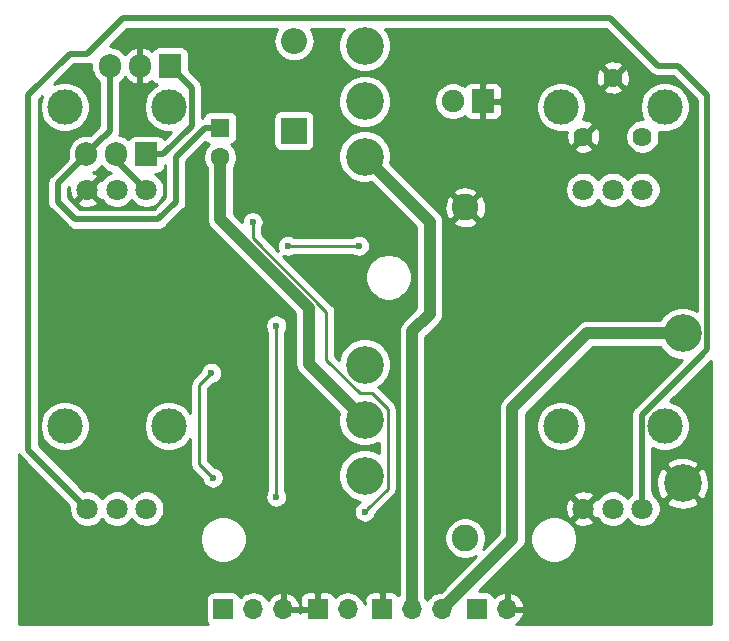
<source format=gbr>
G04 #@! TF.GenerationSoftware,KiCad,Pcbnew,(5.1.2-1)-1*
G04 #@! TF.CreationDate,2019-12-27T17:04:05-07:00*
G04 #@! TF.ProjectId,NuisanceEngine,4e756973-616e-4636-9545-6e67696e652e,rev?*
G04 #@! TF.SameCoordinates,Original*
G04 #@! TF.FileFunction,Copper,L2,Bot*
G04 #@! TF.FilePolarity,Positive*
%FSLAX46Y46*%
G04 Gerber Fmt 4.6, Leading zero omitted, Abs format (unit mm)*
G04 Created by KiCad (PCBNEW (5.1.2-1)-1) date 2019-12-27 17:04:05*
%MOMM*%
%LPD*%
G04 APERTURE LIST*
%ADD10C,3.000000*%
%ADD11C,1.800000*%
%ADD12C,3.200000*%
%ADD13O,2.200000X2.200000*%
%ADD14R,2.200000X2.200000*%
%ADD15O,1.905000X2.000000*%
%ADD16R,1.905000X2.000000*%
%ADD17R,1.900000X2.000000*%
%ADD18C,1.900000*%
%ADD19C,2.262000*%
%ADD20C,1.620000*%
%ADD21O,1.700000X1.700000*%
%ADD22R,1.700000X1.700000*%
%ADD23R,1.600000X1.600000*%
%ADD24C,1.600000*%
%ADD25C,0.600000*%
%ADD26C,1.000000*%
%ADD27C,0.500000*%
%ADD28C,0.250000*%
%ADD29C,0.254000*%
G04 APERTURE END LIST*
D10*
X63400000Y-55500000D03*
X54600000Y-55500000D03*
D11*
X61500000Y-62500000D03*
X59000000Y-62500000D03*
X56500000Y-62500000D03*
D10*
X63400000Y-82500000D03*
X54600000Y-82500000D03*
D11*
X61500000Y-89500000D03*
X59000000Y-89500000D03*
X56500000Y-89500000D03*
D10*
X105400000Y-82500000D03*
X96600000Y-82500000D03*
D11*
X103500000Y-89500000D03*
X101000000Y-89500000D03*
X98500000Y-89500000D03*
D10*
X105400000Y-55500000D03*
X96600000Y-55500000D03*
D11*
X103500000Y-62500000D03*
X101000000Y-62500000D03*
X98500000Y-62500000D03*
D12*
X80000000Y-86700000D03*
X80000000Y-82000000D03*
X80000000Y-77300000D03*
D13*
X74000000Y-49880000D03*
D14*
X74000000Y-57500000D03*
D15*
X58420000Y-52000000D03*
X60960000Y-52000000D03*
D16*
X63500000Y-52000000D03*
D15*
X56420000Y-59500000D03*
X58960000Y-59500000D03*
D16*
X61500000Y-59500000D03*
D12*
X106900000Y-87350000D03*
X106900000Y-74650000D03*
D17*
X90000000Y-55000000D03*
D18*
X87460000Y-55000000D03*
D19*
X88500000Y-92000000D03*
X88500000Y-64000000D03*
D20*
X103500000Y-58000000D03*
X101000000Y-53000000D03*
X98500000Y-58000000D03*
D12*
X80000000Y-59700000D03*
X80000000Y-55000000D03*
X80000000Y-50300000D03*
D21*
X78540000Y-98000000D03*
D22*
X76000000Y-98000000D03*
D21*
X73080000Y-98000000D03*
X70540000Y-98000000D03*
D22*
X68000000Y-98000000D03*
X81460000Y-98000000D03*
D21*
X84000000Y-98000000D03*
X86540000Y-98000000D03*
D22*
X89500000Y-98000000D03*
D21*
X92040000Y-98000000D03*
D23*
X67750000Y-57250000D03*
D24*
X67750000Y-59750000D03*
D25*
X67000000Y-82000000D03*
X67000000Y-80500000D03*
X71000000Y-71750000D03*
X70250000Y-71750000D03*
X72000000Y-64750000D03*
X72000000Y-64000000D03*
X71250000Y-93000000D03*
X71250000Y-92250000D03*
X75750000Y-60500000D03*
X77250000Y-64750000D03*
X82750000Y-72750000D03*
X81750000Y-72750000D03*
X71000000Y-57000000D03*
X71000000Y-57750000D03*
X87000000Y-76000000D03*
X88000000Y-76000000D03*
X89000000Y-76000000D03*
X90000000Y-76000000D03*
X89000000Y-77000000D03*
X90000000Y-77000000D03*
X87000000Y-77000000D03*
X88000000Y-77000000D03*
X87000000Y-78000000D03*
X88000000Y-78000000D03*
X89000000Y-78000000D03*
X90000000Y-78000000D03*
X67125000Y-86875000D03*
X67000000Y-78000000D03*
X80000000Y-89750000D03*
X70500000Y-65250000D03*
X72500000Y-74000000D03*
X72500000Y-88500000D03*
X79500000Y-67250000D03*
X73500000Y-67250000D03*
D26*
X92500000Y-81000000D02*
X98850000Y-74650000D01*
X98850000Y-74650000D02*
X106900000Y-74650000D01*
X92500000Y-92040000D02*
X92500000Y-81000000D01*
X86540000Y-98000000D02*
X92500000Y-92040000D01*
D27*
X103449999Y-88177207D02*
X103500000Y-88227208D01*
X103500000Y-88227208D02*
X103500000Y-89500000D01*
X103449999Y-81563999D02*
X103449999Y-88177207D01*
X108513998Y-76500000D02*
X103449999Y-81563999D01*
X106500000Y-52000000D02*
X109000000Y-54500000D01*
X104786002Y-52000000D02*
X106500000Y-52000000D01*
X100786002Y-48000000D02*
X104786002Y-52000000D01*
X51500000Y-84500000D02*
X51500000Y-54500000D01*
X59500000Y-48000000D02*
X100786002Y-48000000D01*
X56500000Y-51000000D02*
X59500000Y-48000000D01*
X56500000Y-89500000D02*
X51500000Y-84500000D01*
X51500000Y-54500000D02*
X55000000Y-51000000D01*
X55000000Y-51000000D02*
X56500000Y-51000000D01*
X108513998Y-76500000D02*
X108513998Y-76486002D01*
X108513998Y-76486002D02*
X109000000Y-76000000D01*
X109000000Y-54500000D02*
X109000000Y-76000000D01*
D28*
X67000000Y-86750000D02*
X67125000Y-86875000D01*
X66000000Y-85750000D02*
X66000000Y-79000000D01*
X66700001Y-78299999D02*
X67000000Y-78000000D01*
X66000000Y-79000000D02*
X66700001Y-78299999D01*
X67125000Y-86875000D02*
X66000000Y-85750000D01*
D27*
X63500000Y-52047500D02*
X63500000Y-52000000D01*
X65350001Y-53897501D02*
X63500000Y-52047500D01*
X65350001Y-57102499D02*
X65350001Y-53897501D01*
X62952500Y-59500000D02*
X65350001Y-57102499D01*
X61500000Y-59500000D02*
X62952500Y-59500000D01*
X56420000Y-59452500D02*
X56420000Y-59500000D01*
X57872500Y-58000000D02*
X56420000Y-59452500D01*
X57920000Y-58000000D02*
X57872500Y-58000000D01*
X58420000Y-57500000D02*
X57920000Y-58000000D01*
X58420000Y-52000000D02*
X58420000Y-57500000D01*
X66450000Y-57250000D02*
X67750000Y-57250000D01*
X64000000Y-63500000D02*
X64000000Y-59700000D01*
X64000000Y-59700000D02*
X66450000Y-57250000D01*
X62500000Y-65000000D02*
X64000000Y-63500000D01*
X54000000Y-63500000D02*
X55500000Y-65000000D01*
X55500000Y-65000000D02*
X62500000Y-65000000D01*
X54000000Y-61967500D02*
X54000000Y-63500000D01*
X56420000Y-59547500D02*
X54000000Y-61967500D01*
X56420000Y-59500000D02*
X56420000Y-59547500D01*
D26*
X75250000Y-77250000D02*
X75250000Y-72500000D01*
X75250000Y-77250000D02*
X80000000Y-82000000D01*
X67750000Y-65000000D02*
X67875000Y-65125000D01*
X67750000Y-59750000D02*
X67750000Y-65000000D01*
X75250000Y-72500000D02*
X67875000Y-65125000D01*
D27*
X58960000Y-59960000D02*
X61500000Y-62500000D01*
X58960000Y-59500000D02*
X58960000Y-59960000D01*
D28*
X76750000Y-76899002D02*
X79600998Y-79750000D01*
X76750000Y-72833260D02*
X76750000Y-76899002D01*
X70500000Y-66583260D02*
X76750000Y-72833260D01*
X70500000Y-65250000D02*
X70500000Y-66583260D01*
X80299999Y-89450001D02*
X80000000Y-89750000D01*
X81925001Y-87824999D02*
X80299999Y-89450001D01*
X80599002Y-79750000D02*
X81925001Y-81075999D01*
X81925001Y-81075999D02*
X81925001Y-87824999D01*
X79600998Y-79750000D02*
X80599002Y-79750000D01*
X72500000Y-88500000D02*
X72500000Y-74000000D01*
X73500000Y-67250000D02*
X79500000Y-67250000D01*
D26*
X84000000Y-98000000D02*
X84000000Y-74500000D01*
X84000000Y-74500000D02*
X85500000Y-73000000D01*
X85500000Y-65200000D02*
X80000000Y-59700000D01*
X85500000Y-73000000D02*
X85500000Y-65200000D01*
D29*
G36*
X72550421Y-48911422D02*
G01*
X72389314Y-49212832D01*
X72290105Y-49539881D01*
X72256606Y-49880000D01*
X72290105Y-50220119D01*
X72389314Y-50547168D01*
X72550421Y-50848578D01*
X72767234Y-51112766D01*
X73031422Y-51329579D01*
X73332832Y-51490686D01*
X73659881Y-51589895D01*
X73914775Y-51615000D01*
X74085225Y-51615000D01*
X74340119Y-51589895D01*
X74667168Y-51490686D01*
X74968578Y-51329579D01*
X75232766Y-51112766D01*
X75449579Y-50848578D01*
X75610686Y-50547168D01*
X75709895Y-50220119D01*
X75743394Y-49880000D01*
X75709895Y-49539881D01*
X75610686Y-49212832D01*
X75449579Y-48911422D01*
X75427895Y-48885000D01*
X78257461Y-48885000D01*
X78019369Y-49241331D01*
X77850890Y-49648075D01*
X77765000Y-50079872D01*
X77765000Y-50520128D01*
X77850890Y-50951925D01*
X78019369Y-51358669D01*
X78263962Y-51724729D01*
X78575271Y-52036038D01*
X78941331Y-52280631D01*
X79348075Y-52449110D01*
X79779872Y-52535000D01*
X80220128Y-52535000D01*
X80651925Y-52449110D01*
X81058669Y-52280631D01*
X81424729Y-52036038D01*
X81460610Y-52000157D01*
X100179762Y-52000157D01*
X101000000Y-52820395D01*
X101820238Y-52000157D01*
X101747444Y-51755168D01*
X101490227Y-51633267D01*
X101214171Y-51563890D01*
X100929885Y-51549702D01*
X100648294Y-51591248D01*
X100380217Y-51686932D01*
X100252556Y-51755168D01*
X100179762Y-52000157D01*
X81460610Y-52000157D01*
X81736038Y-51724729D01*
X81980631Y-51358669D01*
X82149110Y-50951925D01*
X82235000Y-50520128D01*
X82235000Y-50079872D01*
X82149110Y-49648075D01*
X81980631Y-49241331D01*
X81742539Y-48885000D01*
X100419424Y-48885000D01*
X104129472Y-52595049D01*
X104157185Y-52628817D01*
X104190953Y-52656530D01*
X104190955Y-52656532D01*
X104215063Y-52676317D01*
X104291943Y-52739411D01*
X104445689Y-52821589D01*
X104612512Y-52872195D01*
X104742525Y-52885000D01*
X104742535Y-52885000D01*
X104786001Y-52889281D01*
X104829467Y-52885000D01*
X106133422Y-52885000D01*
X108115000Y-54866579D01*
X108115001Y-72773826D01*
X107958669Y-72669369D01*
X107551925Y-72500890D01*
X107120128Y-72415000D01*
X106679872Y-72415000D01*
X106248075Y-72500890D01*
X105841331Y-72669369D01*
X105475271Y-72913962D01*
X105163962Y-73225271D01*
X104970372Y-73515000D01*
X98905751Y-73515000D01*
X98849999Y-73509509D01*
X98627500Y-73531423D01*
X98577705Y-73546529D01*
X98413553Y-73596324D01*
X98216377Y-73701716D01*
X98043551Y-73843551D01*
X98008009Y-73886859D01*
X91736860Y-80158009D01*
X91693552Y-80193551D01*
X91551717Y-80366377D01*
X91541777Y-80384974D01*
X91446324Y-80563554D01*
X91381423Y-80777502D01*
X91359509Y-81000000D01*
X91365001Y-81055761D01*
X91365000Y-91569868D01*
X89997864Y-92937004D01*
X90065009Y-92836515D01*
X90198134Y-92515123D01*
X90266000Y-92173936D01*
X90266000Y-91826064D01*
X90198134Y-91484877D01*
X90065009Y-91163485D01*
X89871742Y-90874241D01*
X89625759Y-90628258D01*
X89336515Y-90434991D01*
X89015123Y-90301866D01*
X88673936Y-90234000D01*
X88326064Y-90234000D01*
X87984877Y-90301866D01*
X87663485Y-90434991D01*
X87374241Y-90628258D01*
X87128258Y-90874241D01*
X86934991Y-91163485D01*
X86801866Y-91484877D01*
X86734000Y-91826064D01*
X86734000Y-92173936D01*
X86801866Y-92515123D01*
X86934991Y-92836515D01*
X87128258Y-93125759D01*
X87374241Y-93371742D01*
X87663485Y-93565009D01*
X87984877Y-93698134D01*
X88326064Y-93766000D01*
X88673936Y-93766000D01*
X89015123Y-93698134D01*
X89336515Y-93565009D01*
X89437004Y-93497864D01*
X86414714Y-96520155D01*
X86248889Y-96536487D01*
X85968966Y-96621401D01*
X85710986Y-96759294D01*
X85484866Y-96944866D01*
X85299294Y-97170986D01*
X85270000Y-97225791D01*
X85240706Y-97170986D01*
X85135000Y-97042183D01*
X85135000Y-74970131D01*
X86263140Y-73841992D01*
X86306449Y-73806449D01*
X86448284Y-73633623D01*
X86553676Y-73436447D01*
X86618577Y-73222499D01*
X86635000Y-73055752D01*
X86635000Y-73055743D01*
X86640490Y-73000001D01*
X86635000Y-72944259D01*
X86635000Y-65255752D01*
X86637653Y-65228807D01*
X87450798Y-65228807D01*
X87562369Y-65506605D01*
X87874309Y-65660579D01*
X88210294Y-65750737D01*
X88557413Y-65773616D01*
X88902325Y-65728336D01*
X89231776Y-65616637D01*
X89437631Y-65506605D01*
X89549202Y-65228807D01*
X88500000Y-64179605D01*
X87450798Y-65228807D01*
X86637653Y-65228807D01*
X86640491Y-65200000D01*
X86618577Y-64977501D01*
X86553676Y-64763553D01*
X86448284Y-64566377D01*
X86341989Y-64436856D01*
X86341987Y-64436854D01*
X86306449Y-64393551D01*
X86263146Y-64358013D01*
X85962546Y-64057413D01*
X86726384Y-64057413D01*
X86771664Y-64402325D01*
X86883363Y-64731776D01*
X86993395Y-64937631D01*
X87271193Y-65049202D01*
X88320395Y-64000000D01*
X88679605Y-64000000D01*
X89728807Y-65049202D01*
X90006605Y-64937631D01*
X90160579Y-64625691D01*
X90250737Y-64289706D01*
X90273616Y-63942587D01*
X90228336Y-63597675D01*
X90116637Y-63268224D01*
X90006605Y-63062369D01*
X89728807Y-62950798D01*
X88679605Y-64000000D01*
X88320395Y-64000000D01*
X87271193Y-62950798D01*
X86993395Y-63062369D01*
X86839421Y-63374309D01*
X86749263Y-63710294D01*
X86726384Y-64057413D01*
X85962546Y-64057413D01*
X84676326Y-62771193D01*
X87450798Y-62771193D01*
X88500000Y-63820395D01*
X89549202Y-62771193D01*
X89437631Y-62493395D01*
X89144725Y-62348816D01*
X96965000Y-62348816D01*
X96965000Y-62651184D01*
X97023989Y-62947743D01*
X97139701Y-63227095D01*
X97307688Y-63478505D01*
X97521495Y-63692312D01*
X97772905Y-63860299D01*
X98052257Y-63976011D01*
X98348816Y-64035000D01*
X98651184Y-64035000D01*
X98947743Y-63976011D01*
X99227095Y-63860299D01*
X99478505Y-63692312D01*
X99692312Y-63478505D01*
X99750000Y-63392169D01*
X99807688Y-63478505D01*
X100021495Y-63692312D01*
X100272905Y-63860299D01*
X100552257Y-63976011D01*
X100848816Y-64035000D01*
X101151184Y-64035000D01*
X101447743Y-63976011D01*
X101727095Y-63860299D01*
X101978505Y-63692312D01*
X102192312Y-63478505D01*
X102250000Y-63392169D01*
X102307688Y-63478505D01*
X102521495Y-63692312D01*
X102772905Y-63860299D01*
X103052257Y-63976011D01*
X103348816Y-64035000D01*
X103651184Y-64035000D01*
X103947743Y-63976011D01*
X104227095Y-63860299D01*
X104478505Y-63692312D01*
X104692312Y-63478505D01*
X104860299Y-63227095D01*
X104976011Y-62947743D01*
X105035000Y-62651184D01*
X105035000Y-62348816D01*
X104976011Y-62052257D01*
X104860299Y-61772905D01*
X104692312Y-61521495D01*
X104478505Y-61307688D01*
X104227095Y-61139701D01*
X103947743Y-61023989D01*
X103651184Y-60965000D01*
X103348816Y-60965000D01*
X103052257Y-61023989D01*
X102772905Y-61139701D01*
X102521495Y-61307688D01*
X102307688Y-61521495D01*
X102250000Y-61607831D01*
X102192312Y-61521495D01*
X101978505Y-61307688D01*
X101727095Y-61139701D01*
X101447743Y-61023989D01*
X101151184Y-60965000D01*
X100848816Y-60965000D01*
X100552257Y-61023989D01*
X100272905Y-61139701D01*
X100021495Y-61307688D01*
X99807688Y-61521495D01*
X99750000Y-61607831D01*
X99692312Y-61521495D01*
X99478505Y-61307688D01*
X99227095Y-61139701D01*
X98947743Y-61023989D01*
X98651184Y-60965000D01*
X98348816Y-60965000D01*
X98052257Y-61023989D01*
X97772905Y-61139701D01*
X97521495Y-61307688D01*
X97307688Y-61521495D01*
X97139701Y-61772905D01*
X97023989Y-62052257D01*
X96965000Y-62348816D01*
X89144725Y-62348816D01*
X89125691Y-62339421D01*
X88789706Y-62249263D01*
X88442587Y-62226384D01*
X88097675Y-62271664D01*
X87768224Y-62383363D01*
X87562369Y-62493395D01*
X87450798Y-62771193D01*
X84676326Y-62771193D01*
X82167020Y-60261888D01*
X82235000Y-59920128D01*
X82235000Y-59479872D01*
X82149110Y-59048075D01*
X82129132Y-58999843D01*
X97679762Y-58999843D01*
X97752556Y-59244832D01*
X98009773Y-59366733D01*
X98285829Y-59436110D01*
X98570115Y-59450298D01*
X98851706Y-59408752D01*
X99119783Y-59313068D01*
X99247444Y-59244832D01*
X99320238Y-58999843D01*
X98500000Y-58179605D01*
X97679762Y-58999843D01*
X82129132Y-58999843D01*
X81980631Y-58641331D01*
X81736038Y-58275271D01*
X81424729Y-57963962D01*
X81058669Y-57719369D01*
X80651925Y-57550890D01*
X80220128Y-57465000D01*
X79779872Y-57465000D01*
X79348075Y-57550890D01*
X78941331Y-57719369D01*
X78575271Y-57963962D01*
X78263962Y-58275271D01*
X78019369Y-58641331D01*
X77850890Y-59048075D01*
X77765000Y-59479872D01*
X77765000Y-59920128D01*
X77850890Y-60351925D01*
X78019369Y-60758669D01*
X78263962Y-61124729D01*
X78575271Y-61436038D01*
X78941331Y-61680631D01*
X79348075Y-61849110D01*
X79779872Y-61935000D01*
X80220128Y-61935000D01*
X80561888Y-61867020D01*
X84365001Y-65670134D01*
X84365000Y-72529868D01*
X83236860Y-73658009D01*
X83193552Y-73693551D01*
X83051717Y-73866377D01*
X83029517Y-73907911D01*
X82946324Y-74063554D01*
X82881423Y-74277502D01*
X82859509Y-74500000D01*
X82865001Y-74555762D01*
X82865000Y-96841272D01*
X82840537Y-96795506D01*
X82761185Y-96698815D01*
X82664494Y-96619463D01*
X82554180Y-96560498D01*
X82434482Y-96524188D01*
X82310000Y-96511928D01*
X81745750Y-96515000D01*
X81587000Y-96673750D01*
X81587000Y-97873000D01*
X81607000Y-97873000D01*
X81607000Y-98127000D01*
X81587000Y-98127000D01*
X81587000Y-98147000D01*
X81333000Y-98147000D01*
X81333000Y-98127000D01*
X81313000Y-98127000D01*
X81313000Y-97873000D01*
X81333000Y-97873000D01*
X81333000Y-96673750D01*
X81174250Y-96515000D01*
X80610000Y-96511928D01*
X80485518Y-96524188D01*
X80365820Y-96560498D01*
X80255506Y-96619463D01*
X80158815Y-96698815D01*
X80079463Y-96795506D01*
X80020498Y-96905820D01*
X79984188Y-97025518D01*
X79971928Y-97150000D01*
X79974449Y-97613079D01*
X79918599Y-97428966D01*
X79780706Y-97170986D01*
X79595134Y-96944866D01*
X79369014Y-96759294D01*
X79111034Y-96621401D01*
X78831111Y-96536487D01*
X78612950Y-96515000D01*
X78467050Y-96515000D01*
X78248889Y-96536487D01*
X77968966Y-96621401D01*
X77710986Y-96759294D01*
X77484866Y-96944866D01*
X77460393Y-96974687D01*
X77439502Y-96905820D01*
X77380537Y-96795506D01*
X77301185Y-96698815D01*
X77204494Y-96619463D01*
X77094180Y-96560498D01*
X76974482Y-96524188D01*
X76850000Y-96511928D01*
X76285750Y-96515000D01*
X76127000Y-96673750D01*
X76127000Y-97873000D01*
X76147000Y-97873000D01*
X76147000Y-98127000D01*
X76127000Y-98127000D01*
X76127000Y-98147000D01*
X75873000Y-98147000D01*
X75873000Y-98127000D01*
X74673750Y-98127000D01*
X74515000Y-98285750D01*
X74514683Y-98343940D01*
X74400814Y-98127000D01*
X73207000Y-98127000D01*
X73207000Y-98147000D01*
X72953000Y-98147000D01*
X72953000Y-98127000D01*
X72933000Y-98127000D01*
X72933000Y-97873000D01*
X72953000Y-97873000D01*
X72953000Y-96679845D01*
X73207000Y-96679845D01*
X73207000Y-97873000D01*
X74400814Y-97873000D01*
X74514683Y-97656060D01*
X74515000Y-97714250D01*
X74673750Y-97873000D01*
X75873000Y-97873000D01*
X75873000Y-96673750D01*
X75714250Y-96515000D01*
X75150000Y-96511928D01*
X75025518Y-96524188D01*
X74905820Y-96560498D01*
X74795506Y-96619463D01*
X74698815Y-96698815D01*
X74619463Y-96795506D01*
X74560498Y-96905820D01*
X74524188Y-97025518D01*
X74511928Y-97150000D01*
X74514506Y-97623445D01*
X74424157Y-97368748D01*
X74275178Y-97118645D01*
X74080269Y-96902412D01*
X73846920Y-96728359D01*
X73584099Y-96603175D01*
X73436890Y-96558524D01*
X73207000Y-96679845D01*
X72953000Y-96679845D01*
X72723110Y-96558524D01*
X72575901Y-96603175D01*
X72313080Y-96728359D01*
X72079731Y-96902412D01*
X71884822Y-97118645D01*
X71815201Y-97235523D01*
X71780706Y-97170986D01*
X71595134Y-96944866D01*
X71369014Y-96759294D01*
X71111034Y-96621401D01*
X70831111Y-96536487D01*
X70612950Y-96515000D01*
X70467050Y-96515000D01*
X70248889Y-96536487D01*
X69968966Y-96621401D01*
X69710986Y-96759294D01*
X69484866Y-96944866D01*
X69460393Y-96974687D01*
X69439502Y-96905820D01*
X69380537Y-96795506D01*
X69301185Y-96698815D01*
X69204494Y-96619463D01*
X69094180Y-96560498D01*
X68974482Y-96524188D01*
X68850000Y-96511928D01*
X67150000Y-96511928D01*
X67025518Y-96524188D01*
X66905820Y-96560498D01*
X66795506Y-96619463D01*
X66698815Y-96698815D01*
X66619463Y-96795506D01*
X66560498Y-96905820D01*
X66524188Y-97025518D01*
X66511928Y-97150000D01*
X66511928Y-98850000D01*
X66524188Y-98974482D01*
X66560498Y-99094180D01*
X66619463Y-99204494D01*
X66689636Y-99290000D01*
X50710000Y-99290000D01*
X50710000Y-91904495D01*
X66015000Y-91904495D01*
X66015000Y-92295505D01*
X66091282Y-92679003D01*
X66240915Y-93040250D01*
X66458149Y-93365364D01*
X66734636Y-93641851D01*
X67059750Y-93859085D01*
X67420997Y-94008718D01*
X67804495Y-94085000D01*
X68195505Y-94085000D01*
X68579003Y-94008718D01*
X68940250Y-93859085D01*
X69265364Y-93641851D01*
X69541851Y-93365364D01*
X69759085Y-93040250D01*
X69908718Y-92679003D01*
X69985000Y-92295505D01*
X69985000Y-91904495D01*
X69908718Y-91520997D01*
X69759085Y-91159750D01*
X69541851Y-90834636D01*
X69265364Y-90558149D01*
X68940250Y-90340915D01*
X68579003Y-90191282D01*
X68195505Y-90115000D01*
X67804495Y-90115000D01*
X67420997Y-90191282D01*
X67059750Y-90340915D01*
X66734636Y-90558149D01*
X66458149Y-90834636D01*
X66240915Y-91159750D01*
X66091282Y-91520997D01*
X66015000Y-91904495D01*
X50710000Y-91904495D01*
X50710000Y-84899412D01*
X50760589Y-84994058D01*
X50871183Y-85128817D01*
X50904956Y-85156534D01*
X54986939Y-89238518D01*
X54965000Y-89348816D01*
X54965000Y-89651184D01*
X55023989Y-89947743D01*
X55139701Y-90227095D01*
X55307688Y-90478505D01*
X55521495Y-90692312D01*
X55772905Y-90860299D01*
X56052257Y-90976011D01*
X56348816Y-91035000D01*
X56651184Y-91035000D01*
X56947743Y-90976011D01*
X57227095Y-90860299D01*
X57478505Y-90692312D01*
X57692312Y-90478505D01*
X57750000Y-90392169D01*
X57807688Y-90478505D01*
X58021495Y-90692312D01*
X58272905Y-90860299D01*
X58552257Y-90976011D01*
X58848816Y-91035000D01*
X59151184Y-91035000D01*
X59447743Y-90976011D01*
X59727095Y-90860299D01*
X59978505Y-90692312D01*
X60192312Y-90478505D01*
X60250000Y-90392169D01*
X60307688Y-90478505D01*
X60521495Y-90692312D01*
X60772905Y-90860299D01*
X61052257Y-90976011D01*
X61348816Y-91035000D01*
X61651184Y-91035000D01*
X61947743Y-90976011D01*
X62227095Y-90860299D01*
X62478505Y-90692312D01*
X62692312Y-90478505D01*
X62860299Y-90227095D01*
X62976011Y-89947743D01*
X63035000Y-89651184D01*
X63035000Y-89348816D01*
X62976011Y-89052257D01*
X62860299Y-88772905D01*
X62692312Y-88521495D01*
X62478505Y-88307688D01*
X62227095Y-88139701D01*
X61947743Y-88023989D01*
X61651184Y-87965000D01*
X61348816Y-87965000D01*
X61052257Y-88023989D01*
X60772905Y-88139701D01*
X60521495Y-88307688D01*
X60307688Y-88521495D01*
X60250000Y-88607831D01*
X60192312Y-88521495D01*
X59978505Y-88307688D01*
X59727095Y-88139701D01*
X59447743Y-88023989D01*
X59151184Y-87965000D01*
X58848816Y-87965000D01*
X58552257Y-88023989D01*
X58272905Y-88139701D01*
X58021495Y-88307688D01*
X57807688Y-88521495D01*
X57750000Y-88607831D01*
X57692312Y-88521495D01*
X57478505Y-88307688D01*
X57227095Y-88139701D01*
X56947743Y-88023989D01*
X56651184Y-87965000D01*
X56348816Y-87965000D01*
X56238518Y-87986939D01*
X52385000Y-84133422D01*
X52385000Y-82289721D01*
X52465000Y-82289721D01*
X52465000Y-82710279D01*
X52547047Y-83122756D01*
X52707988Y-83511302D01*
X52941637Y-83860983D01*
X53239017Y-84158363D01*
X53588698Y-84392012D01*
X53977244Y-84552953D01*
X54389721Y-84635000D01*
X54810279Y-84635000D01*
X55222756Y-84552953D01*
X55611302Y-84392012D01*
X55960983Y-84158363D01*
X56258363Y-83860983D01*
X56492012Y-83511302D01*
X56652953Y-83122756D01*
X56735000Y-82710279D01*
X56735000Y-82289721D01*
X61265000Y-82289721D01*
X61265000Y-82710279D01*
X61347047Y-83122756D01*
X61507988Y-83511302D01*
X61741637Y-83860983D01*
X62039017Y-84158363D01*
X62388698Y-84392012D01*
X62777244Y-84552953D01*
X63189721Y-84635000D01*
X63610279Y-84635000D01*
X64022756Y-84552953D01*
X64411302Y-84392012D01*
X64760983Y-84158363D01*
X65058363Y-83860983D01*
X65240000Y-83589143D01*
X65240000Y-85712677D01*
X65236324Y-85750000D01*
X65240000Y-85787322D01*
X65240000Y-85787332D01*
X65250997Y-85898985D01*
X65277491Y-85986324D01*
X65294454Y-86042246D01*
X65365026Y-86174276D01*
X65404871Y-86222826D01*
X65459999Y-86290001D01*
X65489002Y-86313804D01*
X66201847Y-87026649D01*
X66225932Y-87147729D01*
X66296414Y-87317889D01*
X66398738Y-87471028D01*
X66528972Y-87601262D01*
X66682111Y-87703586D01*
X66852271Y-87774068D01*
X67032911Y-87810000D01*
X67217089Y-87810000D01*
X67397729Y-87774068D01*
X67567889Y-87703586D01*
X67721028Y-87601262D01*
X67851262Y-87471028D01*
X67953586Y-87317889D01*
X68024068Y-87147729D01*
X68060000Y-86967089D01*
X68060000Y-86782911D01*
X68024068Y-86602271D01*
X67953586Y-86432111D01*
X67851262Y-86278972D01*
X67721028Y-86148738D01*
X67567889Y-86046414D01*
X67397729Y-85975932D01*
X67276649Y-85951847D01*
X66760000Y-85435199D01*
X66760000Y-79314801D01*
X67151649Y-78923153D01*
X67272729Y-78899068D01*
X67442889Y-78828586D01*
X67596028Y-78726262D01*
X67726262Y-78596028D01*
X67828586Y-78442889D01*
X67899068Y-78272729D01*
X67935000Y-78092089D01*
X67935000Y-77907911D01*
X67899068Y-77727271D01*
X67828586Y-77557111D01*
X67726262Y-77403972D01*
X67596028Y-77273738D01*
X67442889Y-77171414D01*
X67272729Y-77100932D01*
X67092089Y-77065000D01*
X66907911Y-77065000D01*
X66727271Y-77100932D01*
X66557111Y-77171414D01*
X66403972Y-77273738D01*
X66273738Y-77403972D01*
X66171414Y-77557111D01*
X66100932Y-77727271D01*
X66076847Y-77848351D01*
X65488998Y-78436201D01*
X65460000Y-78459999D01*
X65436202Y-78488997D01*
X65436201Y-78488998D01*
X65365026Y-78575724D01*
X65294454Y-78707754D01*
X65250998Y-78851015D01*
X65236324Y-79000000D01*
X65240001Y-79037332D01*
X65240001Y-81410857D01*
X65058363Y-81139017D01*
X64760983Y-80841637D01*
X64411302Y-80607988D01*
X64022756Y-80447047D01*
X63610279Y-80365000D01*
X63189721Y-80365000D01*
X62777244Y-80447047D01*
X62388698Y-80607988D01*
X62039017Y-80841637D01*
X61741637Y-81139017D01*
X61507988Y-81488698D01*
X61347047Y-81877244D01*
X61265000Y-82289721D01*
X56735000Y-82289721D01*
X56652953Y-81877244D01*
X56492012Y-81488698D01*
X56258363Y-81139017D01*
X55960983Y-80841637D01*
X55611302Y-80607988D01*
X55222756Y-80447047D01*
X54810279Y-80365000D01*
X54389721Y-80365000D01*
X53977244Y-80447047D01*
X53588698Y-80607988D01*
X53239017Y-80841637D01*
X52941637Y-81139017D01*
X52707988Y-81488698D01*
X52547047Y-81877244D01*
X52465000Y-82289721D01*
X52385000Y-82289721D01*
X52385000Y-73907911D01*
X71565000Y-73907911D01*
X71565000Y-74092089D01*
X71600932Y-74272729D01*
X71671414Y-74442889D01*
X71740001Y-74545537D01*
X71740000Y-87954465D01*
X71671414Y-88057111D01*
X71600932Y-88227271D01*
X71565000Y-88407911D01*
X71565000Y-88592089D01*
X71600932Y-88772729D01*
X71671414Y-88942889D01*
X71773738Y-89096028D01*
X71903972Y-89226262D01*
X72057111Y-89328586D01*
X72227271Y-89399068D01*
X72407911Y-89435000D01*
X72592089Y-89435000D01*
X72772729Y-89399068D01*
X72942889Y-89328586D01*
X73096028Y-89226262D01*
X73226262Y-89096028D01*
X73328586Y-88942889D01*
X73399068Y-88772729D01*
X73435000Y-88592089D01*
X73435000Y-88407911D01*
X73399068Y-88227271D01*
X73328586Y-88057111D01*
X73260000Y-87954465D01*
X73260000Y-74545535D01*
X73328586Y-74442889D01*
X73399068Y-74272729D01*
X73435000Y-74092089D01*
X73435000Y-73907911D01*
X73399068Y-73727271D01*
X73328586Y-73557111D01*
X73226262Y-73403972D01*
X73096028Y-73273738D01*
X72942889Y-73171414D01*
X72772729Y-73100932D01*
X72592089Y-73065000D01*
X72407911Y-73065000D01*
X72227271Y-73100932D01*
X72057111Y-73171414D01*
X71903972Y-73273738D01*
X71773738Y-73403972D01*
X71671414Y-73557111D01*
X71600932Y-73727271D01*
X71565000Y-73907911D01*
X52385000Y-73907911D01*
X52385000Y-54866578D01*
X52669173Y-54582405D01*
X52547047Y-54877244D01*
X52465000Y-55289721D01*
X52465000Y-55710279D01*
X52547047Y-56122756D01*
X52707988Y-56511302D01*
X52941637Y-56860983D01*
X53239017Y-57158363D01*
X53588698Y-57392012D01*
X53977244Y-57552953D01*
X54389721Y-57635000D01*
X54810279Y-57635000D01*
X55222756Y-57552953D01*
X55611302Y-57392012D01*
X55960983Y-57158363D01*
X56258363Y-56860983D01*
X56492012Y-56511302D01*
X56652953Y-56122756D01*
X56735000Y-55710279D01*
X56735000Y-55289721D01*
X56652953Y-54877244D01*
X56492012Y-54488698D01*
X56258363Y-54139017D01*
X55960983Y-53841637D01*
X55611302Y-53607988D01*
X55222756Y-53447047D01*
X54810279Y-53365000D01*
X54389721Y-53365000D01*
X53977244Y-53447047D01*
X53682405Y-53569173D01*
X55366579Y-51885000D01*
X56456531Y-51885000D01*
X56500000Y-51889281D01*
X56543469Y-51885000D01*
X56543477Y-51885000D01*
X56673490Y-51872195D01*
X56837633Y-51822402D01*
X56832500Y-51874514D01*
X56832500Y-52125485D01*
X56855470Y-52358703D01*
X56946245Y-52657948D01*
X57093655Y-52933734D01*
X57292037Y-53175463D01*
X57533765Y-53373845D01*
X57535000Y-53374505D01*
X57535001Y-57133421D01*
X57441582Y-57226840D01*
X57378441Y-57260589D01*
X57359676Y-57275989D01*
X57277453Y-57343468D01*
X57277451Y-57343470D01*
X57243683Y-57371183D01*
X57215970Y-57404951D01*
X56732545Y-57888377D01*
X56731204Y-57887970D01*
X56420000Y-57857319D01*
X56108797Y-57887970D01*
X55809552Y-57978745D01*
X55533766Y-58126155D01*
X55292037Y-58324537D01*
X55093655Y-58566265D01*
X54946245Y-58842051D01*
X54855470Y-59141296D01*
X54832500Y-59374514D01*
X54832500Y-59625485D01*
X54855470Y-59858703D01*
X54855877Y-59860044D01*
X53404956Y-61310966D01*
X53371183Y-61338683D01*
X53260589Y-61473442D01*
X53178411Y-61627188D01*
X53162199Y-61680631D01*
X53134208Y-61772905D01*
X53127805Y-61794011D01*
X53115000Y-61924024D01*
X53115000Y-61924031D01*
X53110719Y-61967500D01*
X53115000Y-62010970D01*
X53115001Y-63456521D01*
X53110719Y-63500000D01*
X53127805Y-63673490D01*
X53178412Y-63840313D01*
X53260590Y-63994059D01*
X53343468Y-64095046D01*
X53343469Y-64095047D01*
X53371184Y-64128817D01*
X53404951Y-64156529D01*
X54843470Y-65595049D01*
X54871183Y-65628817D01*
X54904951Y-65656530D01*
X54904953Y-65656532D01*
X54949254Y-65692889D01*
X55005941Y-65739411D01*
X55159687Y-65821589D01*
X55326510Y-65872195D01*
X55456523Y-65885000D01*
X55456533Y-65885000D01*
X55499999Y-65889281D01*
X55543465Y-65885000D01*
X62456531Y-65885000D01*
X62500000Y-65889281D01*
X62543469Y-65885000D01*
X62543477Y-65885000D01*
X62673490Y-65872195D01*
X62840313Y-65821589D01*
X62994059Y-65739411D01*
X63128817Y-65628817D01*
X63156534Y-65595044D01*
X64595050Y-64156529D01*
X64628817Y-64128817D01*
X64656533Y-64095046D01*
X64739410Y-63994060D01*
X64739411Y-63994059D01*
X64821589Y-63840313D01*
X64872195Y-63673490D01*
X64885000Y-63543477D01*
X64885000Y-63543467D01*
X64889281Y-63500001D01*
X64885000Y-63456535D01*
X64885000Y-60066578D01*
X66476989Y-58474590D01*
X66498815Y-58501185D01*
X66595506Y-58580537D01*
X66705820Y-58639502D01*
X66801943Y-58668661D01*
X66635363Y-58835241D01*
X66478320Y-59070273D01*
X66370147Y-59331426D01*
X66315000Y-59608665D01*
X66315000Y-59891335D01*
X66370147Y-60168574D01*
X66478320Y-60429727D01*
X66615000Y-60634284D01*
X66615001Y-64944239D01*
X66609509Y-65000000D01*
X66631423Y-65222498D01*
X66696324Y-65436446D01*
X66696325Y-65436447D01*
X66801717Y-65633623D01*
X66943552Y-65806449D01*
X66986858Y-65841990D01*
X67111857Y-65966989D01*
X67111863Y-65966994D01*
X74115001Y-72970133D01*
X74115000Y-77194248D01*
X74109509Y-77250000D01*
X74115000Y-77305751D01*
X74131423Y-77472498D01*
X74196324Y-77686446D01*
X74301716Y-77883623D01*
X74443551Y-78056449D01*
X74486865Y-78091996D01*
X77832980Y-81438112D01*
X77765000Y-81779872D01*
X77765000Y-82220128D01*
X77850890Y-82651925D01*
X78019369Y-83058669D01*
X78263962Y-83424729D01*
X78575271Y-83736038D01*
X78941331Y-83980631D01*
X79348075Y-84149110D01*
X79779872Y-84235000D01*
X80220128Y-84235000D01*
X80651925Y-84149110D01*
X81058669Y-83980631D01*
X81165001Y-83909582D01*
X81165002Y-84790418D01*
X81058669Y-84719369D01*
X80651925Y-84550890D01*
X80220128Y-84465000D01*
X79779872Y-84465000D01*
X79348075Y-84550890D01*
X78941331Y-84719369D01*
X78575271Y-84963962D01*
X78263962Y-85275271D01*
X78019369Y-85641331D01*
X77850890Y-86048075D01*
X77765000Y-86479872D01*
X77765000Y-86920128D01*
X77850890Y-87351925D01*
X78019369Y-87758669D01*
X78263962Y-88124729D01*
X78575271Y-88436038D01*
X78941331Y-88680631D01*
X79348075Y-88849110D01*
X79607222Y-88900658D01*
X79557111Y-88921414D01*
X79403972Y-89023738D01*
X79273738Y-89153972D01*
X79171414Y-89307111D01*
X79100932Y-89477271D01*
X79065000Y-89657911D01*
X79065000Y-89842089D01*
X79100932Y-90022729D01*
X79171414Y-90192889D01*
X79273738Y-90346028D01*
X79403972Y-90476262D01*
X79557111Y-90578586D01*
X79727271Y-90649068D01*
X79907911Y-90685000D01*
X80092089Y-90685000D01*
X80272729Y-90649068D01*
X80442889Y-90578586D01*
X80596028Y-90476262D01*
X80726262Y-90346028D01*
X80828586Y-90192889D01*
X80899068Y-90022729D01*
X80923153Y-89901648D01*
X82436004Y-88388798D01*
X82465002Y-88365000D01*
X82559975Y-88249275D01*
X82630547Y-88117246D01*
X82674004Y-87973985D01*
X82685001Y-87862332D01*
X82685001Y-87862322D01*
X82688677Y-87824999D01*
X82685001Y-87787676D01*
X82685001Y-81113324D01*
X82688677Y-81075999D01*
X82685001Y-81038674D01*
X82685001Y-81038666D01*
X82674004Y-80927013D01*
X82630547Y-80783752D01*
X82559975Y-80651723D01*
X82465002Y-80535998D01*
X82436005Y-80512201D01*
X81162806Y-79239003D01*
X81147989Y-79220949D01*
X81424729Y-79036038D01*
X81736038Y-78724729D01*
X81980631Y-78358669D01*
X82149110Y-77951925D01*
X82235000Y-77520128D01*
X82235000Y-77079872D01*
X82149110Y-76648075D01*
X81980631Y-76241331D01*
X81736038Y-75875271D01*
X81424729Y-75563962D01*
X81058669Y-75319369D01*
X80651925Y-75150890D01*
X80220128Y-75065000D01*
X79779872Y-75065000D01*
X79348075Y-75150890D01*
X78941331Y-75319369D01*
X78575271Y-75563962D01*
X78263962Y-75875271D01*
X78019369Y-76241331D01*
X77850890Y-76648075D01*
X77804930Y-76879131D01*
X77510000Y-76584201D01*
X77510000Y-72870585D01*
X77513676Y-72833260D01*
X77510000Y-72795935D01*
X77510000Y-72795927D01*
X77499003Y-72684274D01*
X77455546Y-72541013D01*
X77384974Y-72408984D01*
X77290001Y-72293259D01*
X77261004Y-72269462D01*
X74696037Y-69704495D01*
X80015000Y-69704495D01*
X80015000Y-70095505D01*
X80091282Y-70479003D01*
X80240915Y-70840250D01*
X80458149Y-71165364D01*
X80734636Y-71441851D01*
X81059750Y-71659085D01*
X81420997Y-71808718D01*
X81804495Y-71885000D01*
X82195505Y-71885000D01*
X82579003Y-71808718D01*
X82940250Y-71659085D01*
X83265364Y-71441851D01*
X83541851Y-71165364D01*
X83759085Y-70840250D01*
X83908718Y-70479003D01*
X83985000Y-70095505D01*
X83985000Y-69704495D01*
X83908718Y-69320997D01*
X83759085Y-68959750D01*
X83541851Y-68634636D01*
X83265364Y-68358149D01*
X82940250Y-68140915D01*
X82579003Y-67991282D01*
X82195505Y-67915000D01*
X81804495Y-67915000D01*
X81420997Y-67991282D01*
X81059750Y-68140915D01*
X80734636Y-68358149D01*
X80458149Y-68634636D01*
X80240915Y-68959750D01*
X80091282Y-69320997D01*
X80015000Y-69704495D01*
X74696037Y-69704495D01*
X73079331Y-68087790D01*
X73227271Y-68149068D01*
X73407911Y-68185000D01*
X73592089Y-68185000D01*
X73772729Y-68149068D01*
X73942889Y-68078586D01*
X74045535Y-68010000D01*
X78954465Y-68010000D01*
X79057111Y-68078586D01*
X79227271Y-68149068D01*
X79407911Y-68185000D01*
X79592089Y-68185000D01*
X79772729Y-68149068D01*
X79942889Y-68078586D01*
X80096028Y-67976262D01*
X80226262Y-67846028D01*
X80328586Y-67692889D01*
X80399068Y-67522729D01*
X80435000Y-67342089D01*
X80435000Y-67157911D01*
X80399068Y-66977271D01*
X80328586Y-66807111D01*
X80226262Y-66653972D01*
X80096028Y-66523738D01*
X79942889Y-66421414D01*
X79772729Y-66350932D01*
X79592089Y-66315000D01*
X79407911Y-66315000D01*
X79227271Y-66350932D01*
X79057111Y-66421414D01*
X78954465Y-66490000D01*
X74045535Y-66490000D01*
X73942889Y-66421414D01*
X73772729Y-66350932D01*
X73592089Y-66315000D01*
X73407911Y-66315000D01*
X73227271Y-66350932D01*
X73057111Y-66421414D01*
X72903972Y-66523738D01*
X72773738Y-66653972D01*
X72671414Y-66807111D01*
X72600932Y-66977271D01*
X72565000Y-67157911D01*
X72565000Y-67342089D01*
X72600932Y-67522729D01*
X72662210Y-67670669D01*
X71260000Y-66268459D01*
X71260000Y-65795535D01*
X71328586Y-65692889D01*
X71399068Y-65522729D01*
X71435000Y-65342089D01*
X71435000Y-65157911D01*
X71399068Y-64977271D01*
X71328586Y-64807111D01*
X71226262Y-64653972D01*
X71096028Y-64523738D01*
X70942889Y-64421414D01*
X70772729Y-64350932D01*
X70592089Y-64315000D01*
X70407911Y-64315000D01*
X70227271Y-64350932D01*
X70057111Y-64421414D01*
X69903972Y-64523738D01*
X69773738Y-64653972D01*
X69671414Y-64807111D01*
X69600932Y-64977271D01*
X69565000Y-65157911D01*
X69565000Y-65209869D01*
X68885000Y-64529869D01*
X68885000Y-60634284D01*
X69021680Y-60429727D01*
X69129853Y-60168574D01*
X69185000Y-59891335D01*
X69185000Y-59608665D01*
X69129853Y-59331426D01*
X69021680Y-59070273D01*
X68864637Y-58835241D01*
X68698057Y-58668661D01*
X68794180Y-58639502D01*
X68904494Y-58580537D01*
X69001185Y-58501185D01*
X69080537Y-58404494D01*
X69139502Y-58294180D01*
X69175812Y-58174482D01*
X69188072Y-58050000D01*
X69188072Y-56450000D01*
X69183148Y-56400000D01*
X72261928Y-56400000D01*
X72261928Y-58600000D01*
X72274188Y-58724482D01*
X72310498Y-58844180D01*
X72369463Y-58954494D01*
X72448815Y-59051185D01*
X72545506Y-59130537D01*
X72655820Y-59189502D01*
X72775518Y-59225812D01*
X72900000Y-59238072D01*
X75100000Y-59238072D01*
X75224482Y-59225812D01*
X75344180Y-59189502D01*
X75454494Y-59130537D01*
X75551185Y-59051185D01*
X75630537Y-58954494D01*
X75689502Y-58844180D01*
X75725812Y-58724482D01*
X75738072Y-58600000D01*
X75738072Y-56400000D01*
X75725812Y-56275518D01*
X75689502Y-56155820D01*
X75630537Y-56045506D01*
X75551185Y-55948815D01*
X75454494Y-55869463D01*
X75344180Y-55810498D01*
X75224482Y-55774188D01*
X75100000Y-55761928D01*
X72900000Y-55761928D01*
X72775518Y-55774188D01*
X72655820Y-55810498D01*
X72545506Y-55869463D01*
X72448815Y-55948815D01*
X72369463Y-56045506D01*
X72310498Y-56155820D01*
X72274188Y-56275518D01*
X72261928Y-56400000D01*
X69183148Y-56400000D01*
X69175812Y-56325518D01*
X69139502Y-56205820D01*
X69080537Y-56095506D01*
X69001185Y-55998815D01*
X68904494Y-55919463D01*
X68794180Y-55860498D01*
X68674482Y-55824188D01*
X68550000Y-55811928D01*
X66950000Y-55811928D01*
X66825518Y-55824188D01*
X66705820Y-55860498D01*
X66595506Y-55919463D01*
X66498815Y-55998815D01*
X66419463Y-56095506D01*
X66360498Y-56205820D01*
X66324188Y-56325518D01*
X66319455Y-56373575D01*
X66276510Y-56377805D01*
X66235001Y-56390397D01*
X66235001Y-54779872D01*
X77765000Y-54779872D01*
X77765000Y-55220128D01*
X77850890Y-55651925D01*
X78019369Y-56058669D01*
X78263962Y-56424729D01*
X78575271Y-56736038D01*
X78941331Y-56980631D01*
X79348075Y-57149110D01*
X79779872Y-57235000D01*
X80220128Y-57235000D01*
X80651925Y-57149110D01*
X81058669Y-56980631D01*
X81424729Y-56736038D01*
X81736038Y-56424729D01*
X81980631Y-56058669D01*
X82149110Y-55651925D01*
X82235000Y-55220128D01*
X82235000Y-54843891D01*
X85875000Y-54843891D01*
X85875000Y-55156109D01*
X85935911Y-55462327D01*
X86055391Y-55750779D01*
X86228850Y-56010379D01*
X86449621Y-56231150D01*
X86709221Y-56404609D01*
X86997673Y-56524089D01*
X87303891Y-56585000D01*
X87616109Y-56585000D01*
X87922327Y-56524089D01*
X88210779Y-56404609D01*
X88458877Y-56238836D01*
X88460498Y-56244180D01*
X88519463Y-56354494D01*
X88598815Y-56451185D01*
X88695506Y-56530537D01*
X88805820Y-56589502D01*
X88925518Y-56625812D01*
X89050000Y-56638072D01*
X89714250Y-56635000D01*
X89873000Y-56476250D01*
X89873000Y-55127000D01*
X90127000Y-55127000D01*
X90127000Y-56476250D01*
X90285750Y-56635000D01*
X90950000Y-56638072D01*
X91074482Y-56625812D01*
X91194180Y-56589502D01*
X91304494Y-56530537D01*
X91401185Y-56451185D01*
X91480537Y-56354494D01*
X91539502Y-56244180D01*
X91575812Y-56124482D01*
X91588072Y-56000000D01*
X91585018Y-55289721D01*
X94465000Y-55289721D01*
X94465000Y-55710279D01*
X94547047Y-56122756D01*
X94707988Y-56511302D01*
X94941637Y-56860983D01*
X95239017Y-57158363D01*
X95588698Y-57392012D01*
X95977244Y-57552953D01*
X96389721Y-57635000D01*
X96810279Y-57635000D01*
X97117135Y-57573962D01*
X97063890Y-57785829D01*
X97049702Y-58070115D01*
X97091248Y-58351706D01*
X97186932Y-58619783D01*
X97255168Y-58747444D01*
X97500157Y-58820238D01*
X98320395Y-58000000D01*
X98679605Y-58000000D01*
X99499843Y-58820238D01*
X99744832Y-58747444D01*
X99866733Y-58490227D01*
X99936110Y-58214171D01*
X99950298Y-57929885D01*
X99939645Y-57857680D01*
X102055000Y-57857680D01*
X102055000Y-58142320D01*
X102110530Y-58421491D01*
X102219457Y-58684464D01*
X102377595Y-58921134D01*
X102578866Y-59122405D01*
X102815536Y-59280543D01*
X103078509Y-59389470D01*
X103357680Y-59445000D01*
X103642320Y-59445000D01*
X103921491Y-59389470D01*
X104184464Y-59280543D01*
X104421134Y-59122405D01*
X104622405Y-58921134D01*
X104780543Y-58684464D01*
X104889470Y-58421491D01*
X104945000Y-58142320D01*
X104945000Y-57857680D01*
X104889470Y-57578509D01*
X104888011Y-57574986D01*
X105189721Y-57635000D01*
X105610279Y-57635000D01*
X106022756Y-57552953D01*
X106411302Y-57392012D01*
X106760983Y-57158363D01*
X107058363Y-56860983D01*
X107292012Y-56511302D01*
X107452953Y-56122756D01*
X107535000Y-55710279D01*
X107535000Y-55289721D01*
X107452953Y-54877244D01*
X107292012Y-54488698D01*
X107058363Y-54139017D01*
X106760983Y-53841637D01*
X106411302Y-53607988D01*
X106022756Y-53447047D01*
X105610279Y-53365000D01*
X105189721Y-53365000D01*
X104777244Y-53447047D01*
X104388698Y-53607988D01*
X104039017Y-53841637D01*
X103741637Y-54139017D01*
X103507988Y-54488698D01*
X103347047Y-54877244D01*
X103265000Y-55289721D01*
X103265000Y-55710279D01*
X103347047Y-56122756D01*
X103507988Y-56511302D01*
X103537186Y-56555000D01*
X103357680Y-56555000D01*
X103078509Y-56610530D01*
X102815536Y-56719457D01*
X102578866Y-56877595D01*
X102377595Y-57078866D01*
X102219457Y-57315536D01*
X102110530Y-57578509D01*
X102055000Y-57857680D01*
X99939645Y-57857680D01*
X99908752Y-57648294D01*
X99813068Y-57380217D01*
X99744832Y-57252556D01*
X99499843Y-57179762D01*
X98679605Y-58000000D01*
X98320395Y-58000000D01*
X98306253Y-57985858D01*
X98485858Y-57806253D01*
X98500000Y-57820395D01*
X99320238Y-57000157D01*
X99247444Y-56755168D01*
X98990227Y-56633267D01*
X98714171Y-56563890D01*
X98465177Y-56551463D01*
X98492012Y-56511302D01*
X98652953Y-56122756D01*
X98735000Y-55710279D01*
X98735000Y-55289721D01*
X98652953Y-54877244D01*
X98492012Y-54488698D01*
X98258363Y-54139017D01*
X98119189Y-53999843D01*
X100179762Y-53999843D01*
X100252556Y-54244832D01*
X100509773Y-54366733D01*
X100785829Y-54436110D01*
X101070115Y-54450298D01*
X101351706Y-54408752D01*
X101619783Y-54313068D01*
X101747444Y-54244832D01*
X101820238Y-53999843D01*
X101000000Y-53179605D01*
X100179762Y-53999843D01*
X98119189Y-53999843D01*
X97960983Y-53841637D01*
X97611302Y-53607988D01*
X97222756Y-53447047D01*
X96810279Y-53365000D01*
X96389721Y-53365000D01*
X95977244Y-53447047D01*
X95588698Y-53607988D01*
X95239017Y-53841637D01*
X94941637Y-54139017D01*
X94707988Y-54488698D01*
X94547047Y-54877244D01*
X94465000Y-55289721D01*
X91585018Y-55289721D01*
X91585000Y-55285750D01*
X91426250Y-55127000D01*
X90127000Y-55127000D01*
X89873000Y-55127000D01*
X89853000Y-55127000D01*
X89853000Y-54873000D01*
X89873000Y-54873000D01*
X89873000Y-53523750D01*
X90127000Y-53523750D01*
X90127000Y-54873000D01*
X91426250Y-54873000D01*
X91585000Y-54714250D01*
X91588072Y-54000000D01*
X91575812Y-53875518D01*
X91539502Y-53755820D01*
X91480537Y-53645506D01*
X91401185Y-53548815D01*
X91304494Y-53469463D01*
X91194180Y-53410498D01*
X91074482Y-53374188D01*
X90950000Y-53361928D01*
X90285750Y-53365000D01*
X90127000Y-53523750D01*
X89873000Y-53523750D01*
X89714250Y-53365000D01*
X89050000Y-53361928D01*
X88925518Y-53374188D01*
X88805820Y-53410498D01*
X88695506Y-53469463D01*
X88598815Y-53548815D01*
X88519463Y-53645506D01*
X88460498Y-53755820D01*
X88458877Y-53761164D01*
X88210779Y-53595391D01*
X87922327Y-53475911D01*
X87616109Y-53415000D01*
X87303891Y-53415000D01*
X86997673Y-53475911D01*
X86709221Y-53595391D01*
X86449621Y-53768850D01*
X86228850Y-53989621D01*
X86055391Y-54249221D01*
X85935911Y-54537673D01*
X85875000Y-54843891D01*
X82235000Y-54843891D01*
X82235000Y-54779872D01*
X82149110Y-54348075D01*
X81980631Y-53941331D01*
X81736038Y-53575271D01*
X81424729Y-53263962D01*
X81134616Y-53070115D01*
X99549702Y-53070115D01*
X99591248Y-53351706D01*
X99686932Y-53619783D01*
X99755168Y-53747444D01*
X100000157Y-53820238D01*
X100820395Y-53000000D01*
X101179605Y-53000000D01*
X101999843Y-53820238D01*
X102244832Y-53747444D01*
X102366733Y-53490227D01*
X102436110Y-53214171D01*
X102450298Y-52929885D01*
X102408752Y-52648294D01*
X102313068Y-52380217D01*
X102244832Y-52252556D01*
X101999843Y-52179762D01*
X101179605Y-53000000D01*
X100820395Y-53000000D01*
X100000157Y-52179762D01*
X99755168Y-52252556D01*
X99633267Y-52509773D01*
X99563890Y-52785829D01*
X99549702Y-53070115D01*
X81134616Y-53070115D01*
X81058669Y-53019369D01*
X80651925Y-52850890D01*
X80220128Y-52765000D01*
X79779872Y-52765000D01*
X79348075Y-52850890D01*
X78941331Y-53019369D01*
X78575271Y-53263962D01*
X78263962Y-53575271D01*
X78019369Y-53941331D01*
X77850890Y-54348075D01*
X77765000Y-54779872D01*
X66235001Y-54779872D01*
X66235001Y-53940970D01*
X66239282Y-53897501D01*
X66235001Y-53854032D01*
X66235001Y-53854024D01*
X66222196Y-53724011D01*
X66208363Y-53678411D01*
X66171590Y-53557187D01*
X66089412Y-53403442D01*
X66006533Y-53302454D01*
X66006531Y-53302452D01*
X65978818Y-53268684D01*
X65945050Y-53240971D01*
X65090572Y-52386493D01*
X65090572Y-51000000D01*
X65078312Y-50875518D01*
X65042002Y-50755820D01*
X64983037Y-50645506D01*
X64903685Y-50548815D01*
X64806994Y-50469463D01*
X64696680Y-50410498D01*
X64576982Y-50374188D01*
X64452500Y-50361928D01*
X62547500Y-50361928D01*
X62423018Y-50374188D01*
X62303320Y-50410498D01*
X62193006Y-50469463D01*
X62096315Y-50548815D01*
X62016963Y-50645506D01*
X61967941Y-50737219D01*
X61826923Y-50624031D01*
X61551094Y-50480429D01*
X61332980Y-50409437D01*
X61087000Y-50529406D01*
X61087000Y-51873000D01*
X61107000Y-51873000D01*
X61107000Y-52127000D01*
X61087000Y-52127000D01*
X61087000Y-53470594D01*
X61332980Y-53590563D01*
X61551094Y-53519571D01*
X61826923Y-53375969D01*
X61967941Y-53262781D01*
X62016963Y-53354494D01*
X62096315Y-53451185D01*
X62193006Y-53530537D01*
X62303320Y-53589502D01*
X62381068Y-53613086D01*
X62039017Y-53841637D01*
X61741637Y-54139017D01*
X61507988Y-54488698D01*
X61347047Y-54877244D01*
X61265000Y-55289721D01*
X61265000Y-55710279D01*
X61347047Y-56122756D01*
X61507988Y-56511302D01*
X61741637Y-56860983D01*
X62039017Y-57158363D01*
X62388698Y-57392012D01*
X62777244Y-57552953D01*
X63189721Y-57635000D01*
X63565921Y-57635000D01*
X63008249Y-58192673D01*
X62983037Y-58145506D01*
X62903685Y-58048815D01*
X62806994Y-57969463D01*
X62696680Y-57910498D01*
X62576982Y-57874188D01*
X62452500Y-57861928D01*
X60547500Y-57861928D01*
X60423018Y-57874188D01*
X60303320Y-57910498D01*
X60193006Y-57969463D01*
X60096315Y-58048815D01*
X60016963Y-58145506D01*
X59972095Y-58229446D01*
X59846235Y-58126155D01*
X59570449Y-57978745D01*
X59271204Y-57887970D01*
X59218871Y-57882816D01*
X59241589Y-57840313D01*
X59292195Y-57673490D01*
X59305000Y-57543477D01*
X59305000Y-57543469D01*
X59309281Y-57500000D01*
X59305000Y-57456531D01*
X59305000Y-53374505D01*
X59306234Y-53373845D01*
X59547963Y-53175463D01*
X59695163Y-52996101D01*
X59850563Y-53181315D01*
X60093077Y-53375969D01*
X60368906Y-53519571D01*
X60587020Y-53590563D01*
X60833000Y-53470594D01*
X60833000Y-52127000D01*
X60813000Y-52127000D01*
X60813000Y-51873000D01*
X60833000Y-51873000D01*
X60833000Y-50529406D01*
X60587020Y-50409437D01*
X60368906Y-50480429D01*
X60093077Y-50624031D01*
X59850563Y-50818685D01*
X59695162Y-51003900D01*
X59547963Y-50824537D01*
X59306235Y-50626155D01*
X59030449Y-50478745D01*
X58731204Y-50387970D01*
X58420000Y-50357319D01*
X58391447Y-50360131D01*
X59866579Y-48885000D01*
X72572105Y-48885000D01*
X72550421Y-48911422D01*
X72550421Y-48911422D01*
G37*
X72550421Y-48911422D02*
X72389314Y-49212832D01*
X72290105Y-49539881D01*
X72256606Y-49880000D01*
X72290105Y-50220119D01*
X72389314Y-50547168D01*
X72550421Y-50848578D01*
X72767234Y-51112766D01*
X73031422Y-51329579D01*
X73332832Y-51490686D01*
X73659881Y-51589895D01*
X73914775Y-51615000D01*
X74085225Y-51615000D01*
X74340119Y-51589895D01*
X74667168Y-51490686D01*
X74968578Y-51329579D01*
X75232766Y-51112766D01*
X75449579Y-50848578D01*
X75610686Y-50547168D01*
X75709895Y-50220119D01*
X75743394Y-49880000D01*
X75709895Y-49539881D01*
X75610686Y-49212832D01*
X75449579Y-48911422D01*
X75427895Y-48885000D01*
X78257461Y-48885000D01*
X78019369Y-49241331D01*
X77850890Y-49648075D01*
X77765000Y-50079872D01*
X77765000Y-50520128D01*
X77850890Y-50951925D01*
X78019369Y-51358669D01*
X78263962Y-51724729D01*
X78575271Y-52036038D01*
X78941331Y-52280631D01*
X79348075Y-52449110D01*
X79779872Y-52535000D01*
X80220128Y-52535000D01*
X80651925Y-52449110D01*
X81058669Y-52280631D01*
X81424729Y-52036038D01*
X81460610Y-52000157D01*
X100179762Y-52000157D01*
X101000000Y-52820395D01*
X101820238Y-52000157D01*
X101747444Y-51755168D01*
X101490227Y-51633267D01*
X101214171Y-51563890D01*
X100929885Y-51549702D01*
X100648294Y-51591248D01*
X100380217Y-51686932D01*
X100252556Y-51755168D01*
X100179762Y-52000157D01*
X81460610Y-52000157D01*
X81736038Y-51724729D01*
X81980631Y-51358669D01*
X82149110Y-50951925D01*
X82235000Y-50520128D01*
X82235000Y-50079872D01*
X82149110Y-49648075D01*
X81980631Y-49241331D01*
X81742539Y-48885000D01*
X100419424Y-48885000D01*
X104129472Y-52595049D01*
X104157185Y-52628817D01*
X104190953Y-52656530D01*
X104190955Y-52656532D01*
X104215063Y-52676317D01*
X104291943Y-52739411D01*
X104445689Y-52821589D01*
X104612512Y-52872195D01*
X104742525Y-52885000D01*
X104742535Y-52885000D01*
X104786001Y-52889281D01*
X104829467Y-52885000D01*
X106133422Y-52885000D01*
X108115000Y-54866579D01*
X108115001Y-72773826D01*
X107958669Y-72669369D01*
X107551925Y-72500890D01*
X107120128Y-72415000D01*
X106679872Y-72415000D01*
X106248075Y-72500890D01*
X105841331Y-72669369D01*
X105475271Y-72913962D01*
X105163962Y-73225271D01*
X104970372Y-73515000D01*
X98905751Y-73515000D01*
X98849999Y-73509509D01*
X98627500Y-73531423D01*
X98577705Y-73546529D01*
X98413553Y-73596324D01*
X98216377Y-73701716D01*
X98043551Y-73843551D01*
X98008009Y-73886859D01*
X91736860Y-80158009D01*
X91693552Y-80193551D01*
X91551717Y-80366377D01*
X91541777Y-80384974D01*
X91446324Y-80563554D01*
X91381423Y-80777502D01*
X91359509Y-81000000D01*
X91365001Y-81055761D01*
X91365000Y-91569868D01*
X89997864Y-92937004D01*
X90065009Y-92836515D01*
X90198134Y-92515123D01*
X90266000Y-92173936D01*
X90266000Y-91826064D01*
X90198134Y-91484877D01*
X90065009Y-91163485D01*
X89871742Y-90874241D01*
X89625759Y-90628258D01*
X89336515Y-90434991D01*
X89015123Y-90301866D01*
X88673936Y-90234000D01*
X88326064Y-90234000D01*
X87984877Y-90301866D01*
X87663485Y-90434991D01*
X87374241Y-90628258D01*
X87128258Y-90874241D01*
X86934991Y-91163485D01*
X86801866Y-91484877D01*
X86734000Y-91826064D01*
X86734000Y-92173936D01*
X86801866Y-92515123D01*
X86934991Y-92836515D01*
X87128258Y-93125759D01*
X87374241Y-93371742D01*
X87663485Y-93565009D01*
X87984877Y-93698134D01*
X88326064Y-93766000D01*
X88673936Y-93766000D01*
X89015123Y-93698134D01*
X89336515Y-93565009D01*
X89437004Y-93497864D01*
X86414714Y-96520155D01*
X86248889Y-96536487D01*
X85968966Y-96621401D01*
X85710986Y-96759294D01*
X85484866Y-96944866D01*
X85299294Y-97170986D01*
X85270000Y-97225791D01*
X85240706Y-97170986D01*
X85135000Y-97042183D01*
X85135000Y-74970131D01*
X86263140Y-73841992D01*
X86306449Y-73806449D01*
X86448284Y-73633623D01*
X86553676Y-73436447D01*
X86618577Y-73222499D01*
X86635000Y-73055752D01*
X86635000Y-73055743D01*
X86640490Y-73000001D01*
X86635000Y-72944259D01*
X86635000Y-65255752D01*
X86637653Y-65228807D01*
X87450798Y-65228807D01*
X87562369Y-65506605D01*
X87874309Y-65660579D01*
X88210294Y-65750737D01*
X88557413Y-65773616D01*
X88902325Y-65728336D01*
X89231776Y-65616637D01*
X89437631Y-65506605D01*
X89549202Y-65228807D01*
X88500000Y-64179605D01*
X87450798Y-65228807D01*
X86637653Y-65228807D01*
X86640491Y-65200000D01*
X86618577Y-64977501D01*
X86553676Y-64763553D01*
X86448284Y-64566377D01*
X86341989Y-64436856D01*
X86341987Y-64436854D01*
X86306449Y-64393551D01*
X86263146Y-64358013D01*
X85962546Y-64057413D01*
X86726384Y-64057413D01*
X86771664Y-64402325D01*
X86883363Y-64731776D01*
X86993395Y-64937631D01*
X87271193Y-65049202D01*
X88320395Y-64000000D01*
X88679605Y-64000000D01*
X89728807Y-65049202D01*
X90006605Y-64937631D01*
X90160579Y-64625691D01*
X90250737Y-64289706D01*
X90273616Y-63942587D01*
X90228336Y-63597675D01*
X90116637Y-63268224D01*
X90006605Y-63062369D01*
X89728807Y-62950798D01*
X88679605Y-64000000D01*
X88320395Y-64000000D01*
X87271193Y-62950798D01*
X86993395Y-63062369D01*
X86839421Y-63374309D01*
X86749263Y-63710294D01*
X86726384Y-64057413D01*
X85962546Y-64057413D01*
X84676326Y-62771193D01*
X87450798Y-62771193D01*
X88500000Y-63820395D01*
X89549202Y-62771193D01*
X89437631Y-62493395D01*
X89144725Y-62348816D01*
X96965000Y-62348816D01*
X96965000Y-62651184D01*
X97023989Y-62947743D01*
X97139701Y-63227095D01*
X97307688Y-63478505D01*
X97521495Y-63692312D01*
X97772905Y-63860299D01*
X98052257Y-63976011D01*
X98348816Y-64035000D01*
X98651184Y-64035000D01*
X98947743Y-63976011D01*
X99227095Y-63860299D01*
X99478505Y-63692312D01*
X99692312Y-63478505D01*
X99750000Y-63392169D01*
X99807688Y-63478505D01*
X100021495Y-63692312D01*
X100272905Y-63860299D01*
X100552257Y-63976011D01*
X100848816Y-64035000D01*
X101151184Y-64035000D01*
X101447743Y-63976011D01*
X101727095Y-63860299D01*
X101978505Y-63692312D01*
X102192312Y-63478505D01*
X102250000Y-63392169D01*
X102307688Y-63478505D01*
X102521495Y-63692312D01*
X102772905Y-63860299D01*
X103052257Y-63976011D01*
X103348816Y-64035000D01*
X103651184Y-64035000D01*
X103947743Y-63976011D01*
X104227095Y-63860299D01*
X104478505Y-63692312D01*
X104692312Y-63478505D01*
X104860299Y-63227095D01*
X104976011Y-62947743D01*
X105035000Y-62651184D01*
X105035000Y-62348816D01*
X104976011Y-62052257D01*
X104860299Y-61772905D01*
X104692312Y-61521495D01*
X104478505Y-61307688D01*
X104227095Y-61139701D01*
X103947743Y-61023989D01*
X103651184Y-60965000D01*
X103348816Y-60965000D01*
X103052257Y-61023989D01*
X102772905Y-61139701D01*
X102521495Y-61307688D01*
X102307688Y-61521495D01*
X102250000Y-61607831D01*
X102192312Y-61521495D01*
X101978505Y-61307688D01*
X101727095Y-61139701D01*
X101447743Y-61023989D01*
X101151184Y-60965000D01*
X100848816Y-60965000D01*
X100552257Y-61023989D01*
X100272905Y-61139701D01*
X100021495Y-61307688D01*
X99807688Y-61521495D01*
X99750000Y-61607831D01*
X99692312Y-61521495D01*
X99478505Y-61307688D01*
X99227095Y-61139701D01*
X98947743Y-61023989D01*
X98651184Y-60965000D01*
X98348816Y-60965000D01*
X98052257Y-61023989D01*
X97772905Y-61139701D01*
X97521495Y-61307688D01*
X97307688Y-61521495D01*
X97139701Y-61772905D01*
X97023989Y-62052257D01*
X96965000Y-62348816D01*
X89144725Y-62348816D01*
X89125691Y-62339421D01*
X88789706Y-62249263D01*
X88442587Y-62226384D01*
X88097675Y-62271664D01*
X87768224Y-62383363D01*
X87562369Y-62493395D01*
X87450798Y-62771193D01*
X84676326Y-62771193D01*
X82167020Y-60261888D01*
X82235000Y-59920128D01*
X82235000Y-59479872D01*
X82149110Y-59048075D01*
X82129132Y-58999843D01*
X97679762Y-58999843D01*
X97752556Y-59244832D01*
X98009773Y-59366733D01*
X98285829Y-59436110D01*
X98570115Y-59450298D01*
X98851706Y-59408752D01*
X99119783Y-59313068D01*
X99247444Y-59244832D01*
X99320238Y-58999843D01*
X98500000Y-58179605D01*
X97679762Y-58999843D01*
X82129132Y-58999843D01*
X81980631Y-58641331D01*
X81736038Y-58275271D01*
X81424729Y-57963962D01*
X81058669Y-57719369D01*
X80651925Y-57550890D01*
X80220128Y-57465000D01*
X79779872Y-57465000D01*
X79348075Y-57550890D01*
X78941331Y-57719369D01*
X78575271Y-57963962D01*
X78263962Y-58275271D01*
X78019369Y-58641331D01*
X77850890Y-59048075D01*
X77765000Y-59479872D01*
X77765000Y-59920128D01*
X77850890Y-60351925D01*
X78019369Y-60758669D01*
X78263962Y-61124729D01*
X78575271Y-61436038D01*
X78941331Y-61680631D01*
X79348075Y-61849110D01*
X79779872Y-61935000D01*
X80220128Y-61935000D01*
X80561888Y-61867020D01*
X84365001Y-65670134D01*
X84365000Y-72529868D01*
X83236860Y-73658009D01*
X83193552Y-73693551D01*
X83051717Y-73866377D01*
X83029517Y-73907911D01*
X82946324Y-74063554D01*
X82881423Y-74277502D01*
X82859509Y-74500000D01*
X82865001Y-74555762D01*
X82865000Y-96841272D01*
X82840537Y-96795506D01*
X82761185Y-96698815D01*
X82664494Y-96619463D01*
X82554180Y-96560498D01*
X82434482Y-96524188D01*
X82310000Y-96511928D01*
X81745750Y-96515000D01*
X81587000Y-96673750D01*
X81587000Y-97873000D01*
X81607000Y-97873000D01*
X81607000Y-98127000D01*
X81587000Y-98127000D01*
X81587000Y-98147000D01*
X81333000Y-98147000D01*
X81333000Y-98127000D01*
X81313000Y-98127000D01*
X81313000Y-97873000D01*
X81333000Y-97873000D01*
X81333000Y-96673750D01*
X81174250Y-96515000D01*
X80610000Y-96511928D01*
X80485518Y-96524188D01*
X80365820Y-96560498D01*
X80255506Y-96619463D01*
X80158815Y-96698815D01*
X80079463Y-96795506D01*
X80020498Y-96905820D01*
X79984188Y-97025518D01*
X79971928Y-97150000D01*
X79974449Y-97613079D01*
X79918599Y-97428966D01*
X79780706Y-97170986D01*
X79595134Y-96944866D01*
X79369014Y-96759294D01*
X79111034Y-96621401D01*
X78831111Y-96536487D01*
X78612950Y-96515000D01*
X78467050Y-96515000D01*
X78248889Y-96536487D01*
X77968966Y-96621401D01*
X77710986Y-96759294D01*
X77484866Y-96944866D01*
X77460393Y-96974687D01*
X77439502Y-96905820D01*
X77380537Y-96795506D01*
X77301185Y-96698815D01*
X77204494Y-96619463D01*
X77094180Y-96560498D01*
X76974482Y-96524188D01*
X76850000Y-96511928D01*
X76285750Y-96515000D01*
X76127000Y-96673750D01*
X76127000Y-97873000D01*
X76147000Y-97873000D01*
X76147000Y-98127000D01*
X76127000Y-98127000D01*
X76127000Y-98147000D01*
X75873000Y-98147000D01*
X75873000Y-98127000D01*
X74673750Y-98127000D01*
X74515000Y-98285750D01*
X74514683Y-98343940D01*
X74400814Y-98127000D01*
X73207000Y-98127000D01*
X73207000Y-98147000D01*
X72953000Y-98147000D01*
X72953000Y-98127000D01*
X72933000Y-98127000D01*
X72933000Y-97873000D01*
X72953000Y-97873000D01*
X72953000Y-96679845D01*
X73207000Y-96679845D01*
X73207000Y-97873000D01*
X74400814Y-97873000D01*
X74514683Y-97656060D01*
X74515000Y-97714250D01*
X74673750Y-97873000D01*
X75873000Y-97873000D01*
X75873000Y-96673750D01*
X75714250Y-96515000D01*
X75150000Y-96511928D01*
X75025518Y-96524188D01*
X74905820Y-96560498D01*
X74795506Y-96619463D01*
X74698815Y-96698815D01*
X74619463Y-96795506D01*
X74560498Y-96905820D01*
X74524188Y-97025518D01*
X74511928Y-97150000D01*
X74514506Y-97623445D01*
X74424157Y-97368748D01*
X74275178Y-97118645D01*
X74080269Y-96902412D01*
X73846920Y-96728359D01*
X73584099Y-96603175D01*
X73436890Y-96558524D01*
X73207000Y-96679845D01*
X72953000Y-96679845D01*
X72723110Y-96558524D01*
X72575901Y-96603175D01*
X72313080Y-96728359D01*
X72079731Y-96902412D01*
X71884822Y-97118645D01*
X71815201Y-97235523D01*
X71780706Y-97170986D01*
X71595134Y-96944866D01*
X71369014Y-96759294D01*
X71111034Y-96621401D01*
X70831111Y-96536487D01*
X70612950Y-96515000D01*
X70467050Y-96515000D01*
X70248889Y-96536487D01*
X69968966Y-96621401D01*
X69710986Y-96759294D01*
X69484866Y-96944866D01*
X69460393Y-96974687D01*
X69439502Y-96905820D01*
X69380537Y-96795506D01*
X69301185Y-96698815D01*
X69204494Y-96619463D01*
X69094180Y-96560498D01*
X68974482Y-96524188D01*
X68850000Y-96511928D01*
X67150000Y-96511928D01*
X67025518Y-96524188D01*
X66905820Y-96560498D01*
X66795506Y-96619463D01*
X66698815Y-96698815D01*
X66619463Y-96795506D01*
X66560498Y-96905820D01*
X66524188Y-97025518D01*
X66511928Y-97150000D01*
X66511928Y-98850000D01*
X66524188Y-98974482D01*
X66560498Y-99094180D01*
X66619463Y-99204494D01*
X66689636Y-99290000D01*
X50710000Y-99290000D01*
X50710000Y-91904495D01*
X66015000Y-91904495D01*
X66015000Y-92295505D01*
X66091282Y-92679003D01*
X66240915Y-93040250D01*
X66458149Y-93365364D01*
X66734636Y-93641851D01*
X67059750Y-93859085D01*
X67420997Y-94008718D01*
X67804495Y-94085000D01*
X68195505Y-94085000D01*
X68579003Y-94008718D01*
X68940250Y-93859085D01*
X69265364Y-93641851D01*
X69541851Y-93365364D01*
X69759085Y-93040250D01*
X69908718Y-92679003D01*
X69985000Y-92295505D01*
X69985000Y-91904495D01*
X69908718Y-91520997D01*
X69759085Y-91159750D01*
X69541851Y-90834636D01*
X69265364Y-90558149D01*
X68940250Y-90340915D01*
X68579003Y-90191282D01*
X68195505Y-90115000D01*
X67804495Y-90115000D01*
X67420997Y-90191282D01*
X67059750Y-90340915D01*
X66734636Y-90558149D01*
X66458149Y-90834636D01*
X66240915Y-91159750D01*
X66091282Y-91520997D01*
X66015000Y-91904495D01*
X50710000Y-91904495D01*
X50710000Y-84899412D01*
X50760589Y-84994058D01*
X50871183Y-85128817D01*
X50904956Y-85156534D01*
X54986939Y-89238518D01*
X54965000Y-89348816D01*
X54965000Y-89651184D01*
X55023989Y-89947743D01*
X55139701Y-90227095D01*
X55307688Y-90478505D01*
X55521495Y-90692312D01*
X55772905Y-90860299D01*
X56052257Y-90976011D01*
X56348816Y-91035000D01*
X56651184Y-91035000D01*
X56947743Y-90976011D01*
X57227095Y-90860299D01*
X57478505Y-90692312D01*
X57692312Y-90478505D01*
X57750000Y-90392169D01*
X57807688Y-90478505D01*
X58021495Y-90692312D01*
X58272905Y-90860299D01*
X58552257Y-90976011D01*
X58848816Y-91035000D01*
X59151184Y-91035000D01*
X59447743Y-90976011D01*
X59727095Y-90860299D01*
X59978505Y-90692312D01*
X60192312Y-90478505D01*
X60250000Y-90392169D01*
X60307688Y-90478505D01*
X60521495Y-90692312D01*
X60772905Y-90860299D01*
X61052257Y-90976011D01*
X61348816Y-91035000D01*
X61651184Y-91035000D01*
X61947743Y-90976011D01*
X62227095Y-90860299D01*
X62478505Y-90692312D01*
X62692312Y-90478505D01*
X62860299Y-90227095D01*
X62976011Y-89947743D01*
X63035000Y-89651184D01*
X63035000Y-89348816D01*
X62976011Y-89052257D01*
X62860299Y-88772905D01*
X62692312Y-88521495D01*
X62478505Y-88307688D01*
X62227095Y-88139701D01*
X61947743Y-88023989D01*
X61651184Y-87965000D01*
X61348816Y-87965000D01*
X61052257Y-88023989D01*
X60772905Y-88139701D01*
X60521495Y-88307688D01*
X60307688Y-88521495D01*
X60250000Y-88607831D01*
X60192312Y-88521495D01*
X59978505Y-88307688D01*
X59727095Y-88139701D01*
X59447743Y-88023989D01*
X59151184Y-87965000D01*
X58848816Y-87965000D01*
X58552257Y-88023989D01*
X58272905Y-88139701D01*
X58021495Y-88307688D01*
X57807688Y-88521495D01*
X57750000Y-88607831D01*
X57692312Y-88521495D01*
X57478505Y-88307688D01*
X57227095Y-88139701D01*
X56947743Y-88023989D01*
X56651184Y-87965000D01*
X56348816Y-87965000D01*
X56238518Y-87986939D01*
X52385000Y-84133422D01*
X52385000Y-82289721D01*
X52465000Y-82289721D01*
X52465000Y-82710279D01*
X52547047Y-83122756D01*
X52707988Y-83511302D01*
X52941637Y-83860983D01*
X53239017Y-84158363D01*
X53588698Y-84392012D01*
X53977244Y-84552953D01*
X54389721Y-84635000D01*
X54810279Y-84635000D01*
X55222756Y-84552953D01*
X55611302Y-84392012D01*
X55960983Y-84158363D01*
X56258363Y-83860983D01*
X56492012Y-83511302D01*
X56652953Y-83122756D01*
X56735000Y-82710279D01*
X56735000Y-82289721D01*
X61265000Y-82289721D01*
X61265000Y-82710279D01*
X61347047Y-83122756D01*
X61507988Y-83511302D01*
X61741637Y-83860983D01*
X62039017Y-84158363D01*
X62388698Y-84392012D01*
X62777244Y-84552953D01*
X63189721Y-84635000D01*
X63610279Y-84635000D01*
X64022756Y-84552953D01*
X64411302Y-84392012D01*
X64760983Y-84158363D01*
X65058363Y-83860983D01*
X65240000Y-83589143D01*
X65240000Y-85712677D01*
X65236324Y-85750000D01*
X65240000Y-85787322D01*
X65240000Y-85787332D01*
X65250997Y-85898985D01*
X65277491Y-85986324D01*
X65294454Y-86042246D01*
X65365026Y-86174276D01*
X65404871Y-86222826D01*
X65459999Y-86290001D01*
X65489002Y-86313804D01*
X66201847Y-87026649D01*
X66225932Y-87147729D01*
X66296414Y-87317889D01*
X66398738Y-87471028D01*
X66528972Y-87601262D01*
X66682111Y-87703586D01*
X66852271Y-87774068D01*
X67032911Y-87810000D01*
X67217089Y-87810000D01*
X67397729Y-87774068D01*
X67567889Y-87703586D01*
X67721028Y-87601262D01*
X67851262Y-87471028D01*
X67953586Y-87317889D01*
X68024068Y-87147729D01*
X68060000Y-86967089D01*
X68060000Y-86782911D01*
X68024068Y-86602271D01*
X67953586Y-86432111D01*
X67851262Y-86278972D01*
X67721028Y-86148738D01*
X67567889Y-86046414D01*
X67397729Y-85975932D01*
X67276649Y-85951847D01*
X66760000Y-85435199D01*
X66760000Y-79314801D01*
X67151649Y-78923153D01*
X67272729Y-78899068D01*
X67442889Y-78828586D01*
X67596028Y-78726262D01*
X67726262Y-78596028D01*
X67828586Y-78442889D01*
X67899068Y-78272729D01*
X67935000Y-78092089D01*
X67935000Y-77907911D01*
X67899068Y-77727271D01*
X67828586Y-77557111D01*
X67726262Y-77403972D01*
X67596028Y-77273738D01*
X67442889Y-77171414D01*
X67272729Y-77100932D01*
X67092089Y-77065000D01*
X66907911Y-77065000D01*
X66727271Y-77100932D01*
X66557111Y-77171414D01*
X66403972Y-77273738D01*
X66273738Y-77403972D01*
X66171414Y-77557111D01*
X66100932Y-77727271D01*
X66076847Y-77848351D01*
X65488998Y-78436201D01*
X65460000Y-78459999D01*
X65436202Y-78488997D01*
X65436201Y-78488998D01*
X65365026Y-78575724D01*
X65294454Y-78707754D01*
X65250998Y-78851015D01*
X65236324Y-79000000D01*
X65240001Y-79037332D01*
X65240001Y-81410857D01*
X65058363Y-81139017D01*
X64760983Y-80841637D01*
X64411302Y-80607988D01*
X64022756Y-80447047D01*
X63610279Y-80365000D01*
X63189721Y-80365000D01*
X62777244Y-80447047D01*
X62388698Y-80607988D01*
X62039017Y-80841637D01*
X61741637Y-81139017D01*
X61507988Y-81488698D01*
X61347047Y-81877244D01*
X61265000Y-82289721D01*
X56735000Y-82289721D01*
X56652953Y-81877244D01*
X56492012Y-81488698D01*
X56258363Y-81139017D01*
X55960983Y-80841637D01*
X55611302Y-80607988D01*
X55222756Y-80447047D01*
X54810279Y-80365000D01*
X54389721Y-80365000D01*
X53977244Y-80447047D01*
X53588698Y-80607988D01*
X53239017Y-80841637D01*
X52941637Y-81139017D01*
X52707988Y-81488698D01*
X52547047Y-81877244D01*
X52465000Y-82289721D01*
X52385000Y-82289721D01*
X52385000Y-73907911D01*
X71565000Y-73907911D01*
X71565000Y-74092089D01*
X71600932Y-74272729D01*
X71671414Y-74442889D01*
X71740001Y-74545537D01*
X71740000Y-87954465D01*
X71671414Y-88057111D01*
X71600932Y-88227271D01*
X71565000Y-88407911D01*
X71565000Y-88592089D01*
X71600932Y-88772729D01*
X71671414Y-88942889D01*
X71773738Y-89096028D01*
X71903972Y-89226262D01*
X72057111Y-89328586D01*
X72227271Y-89399068D01*
X72407911Y-89435000D01*
X72592089Y-89435000D01*
X72772729Y-89399068D01*
X72942889Y-89328586D01*
X73096028Y-89226262D01*
X73226262Y-89096028D01*
X73328586Y-88942889D01*
X73399068Y-88772729D01*
X73435000Y-88592089D01*
X73435000Y-88407911D01*
X73399068Y-88227271D01*
X73328586Y-88057111D01*
X73260000Y-87954465D01*
X73260000Y-74545535D01*
X73328586Y-74442889D01*
X73399068Y-74272729D01*
X73435000Y-74092089D01*
X73435000Y-73907911D01*
X73399068Y-73727271D01*
X73328586Y-73557111D01*
X73226262Y-73403972D01*
X73096028Y-73273738D01*
X72942889Y-73171414D01*
X72772729Y-73100932D01*
X72592089Y-73065000D01*
X72407911Y-73065000D01*
X72227271Y-73100932D01*
X72057111Y-73171414D01*
X71903972Y-73273738D01*
X71773738Y-73403972D01*
X71671414Y-73557111D01*
X71600932Y-73727271D01*
X71565000Y-73907911D01*
X52385000Y-73907911D01*
X52385000Y-54866578D01*
X52669173Y-54582405D01*
X52547047Y-54877244D01*
X52465000Y-55289721D01*
X52465000Y-55710279D01*
X52547047Y-56122756D01*
X52707988Y-56511302D01*
X52941637Y-56860983D01*
X53239017Y-57158363D01*
X53588698Y-57392012D01*
X53977244Y-57552953D01*
X54389721Y-57635000D01*
X54810279Y-57635000D01*
X55222756Y-57552953D01*
X55611302Y-57392012D01*
X55960983Y-57158363D01*
X56258363Y-56860983D01*
X56492012Y-56511302D01*
X56652953Y-56122756D01*
X56735000Y-55710279D01*
X56735000Y-55289721D01*
X56652953Y-54877244D01*
X56492012Y-54488698D01*
X56258363Y-54139017D01*
X55960983Y-53841637D01*
X55611302Y-53607988D01*
X55222756Y-53447047D01*
X54810279Y-53365000D01*
X54389721Y-53365000D01*
X53977244Y-53447047D01*
X53682405Y-53569173D01*
X55366579Y-51885000D01*
X56456531Y-51885000D01*
X56500000Y-51889281D01*
X56543469Y-51885000D01*
X56543477Y-51885000D01*
X56673490Y-51872195D01*
X56837633Y-51822402D01*
X56832500Y-51874514D01*
X56832500Y-52125485D01*
X56855470Y-52358703D01*
X56946245Y-52657948D01*
X57093655Y-52933734D01*
X57292037Y-53175463D01*
X57533765Y-53373845D01*
X57535000Y-53374505D01*
X57535001Y-57133421D01*
X57441582Y-57226840D01*
X57378441Y-57260589D01*
X57359676Y-57275989D01*
X57277453Y-57343468D01*
X57277451Y-57343470D01*
X57243683Y-57371183D01*
X57215970Y-57404951D01*
X56732545Y-57888377D01*
X56731204Y-57887970D01*
X56420000Y-57857319D01*
X56108797Y-57887970D01*
X55809552Y-57978745D01*
X55533766Y-58126155D01*
X55292037Y-58324537D01*
X55093655Y-58566265D01*
X54946245Y-58842051D01*
X54855470Y-59141296D01*
X54832500Y-59374514D01*
X54832500Y-59625485D01*
X54855470Y-59858703D01*
X54855877Y-59860044D01*
X53404956Y-61310966D01*
X53371183Y-61338683D01*
X53260589Y-61473442D01*
X53178411Y-61627188D01*
X53162199Y-61680631D01*
X53134208Y-61772905D01*
X53127805Y-61794011D01*
X53115000Y-61924024D01*
X53115000Y-61924031D01*
X53110719Y-61967500D01*
X53115000Y-62010970D01*
X53115001Y-63456521D01*
X53110719Y-63500000D01*
X53127805Y-63673490D01*
X53178412Y-63840313D01*
X53260590Y-63994059D01*
X53343468Y-64095046D01*
X53343469Y-64095047D01*
X53371184Y-64128817D01*
X53404951Y-64156529D01*
X54843470Y-65595049D01*
X54871183Y-65628817D01*
X54904951Y-65656530D01*
X54904953Y-65656532D01*
X54949254Y-65692889D01*
X55005941Y-65739411D01*
X55159687Y-65821589D01*
X55326510Y-65872195D01*
X55456523Y-65885000D01*
X55456533Y-65885000D01*
X55499999Y-65889281D01*
X55543465Y-65885000D01*
X62456531Y-65885000D01*
X62500000Y-65889281D01*
X62543469Y-65885000D01*
X62543477Y-65885000D01*
X62673490Y-65872195D01*
X62840313Y-65821589D01*
X62994059Y-65739411D01*
X63128817Y-65628817D01*
X63156534Y-65595044D01*
X64595050Y-64156529D01*
X64628817Y-64128817D01*
X64656533Y-64095046D01*
X64739410Y-63994060D01*
X64739411Y-63994059D01*
X64821589Y-63840313D01*
X64872195Y-63673490D01*
X64885000Y-63543477D01*
X64885000Y-63543467D01*
X64889281Y-63500001D01*
X64885000Y-63456535D01*
X64885000Y-60066578D01*
X66476989Y-58474590D01*
X66498815Y-58501185D01*
X66595506Y-58580537D01*
X66705820Y-58639502D01*
X66801943Y-58668661D01*
X66635363Y-58835241D01*
X66478320Y-59070273D01*
X66370147Y-59331426D01*
X66315000Y-59608665D01*
X66315000Y-59891335D01*
X66370147Y-60168574D01*
X66478320Y-60429727D01*
X66615000Y-60634284D01*
X66615001Y-64944239D01*
X66609509Y-65000000D01*
X66631423Y-65222498D01*
X66696324Y-65436446D01*
X66696325Y-65436447D01*
X66801717Y-65633623D01*
X66943552Y-65806449D01*
X66986858Y-65841990D01*
X67111857Y-65966989D01*
X67111863Y-65966994D01*
X74115001Y-72970133D01*
X74115000Y-77194248D01*
X74109509Y-77250000D01*
X74115000Y-77305751D01*
X74131423Y-77472498D01*
X74196324Y-77686446D01*
X74301716Y-77883623D01*
X74443551Y-78056449D01*
X74486865Y-78091996D01*
X77832980Y-81438112D01*
X77765000Y-81779872D01*
X77765000Y-82220128D01*
X77850890Y-82651925D01*
X78019369Y-83058669D01*
X78263962Y-83424729D01*
X78575271Y-83736038D01*
X78941331Y-83980631D01*
X79348075Y-84149110D01*
X79779872Y-84235000D01*
X80220128Y-84235000D01*
X80651925Y-84149110D01*
X81058669Y-83980631D01*
X81165001Y-83909582D01*
X81165002Y-84790418D01*
X81058669Y-84719369D01*
X80651925Y-84550890D01*
X80220128Y-84465000D01*
X79779872Y-84465000D01*
X79348075Y-84550890D01*
X78941331Y-84719369D01*
X78575271Y-84963962D01*
X78263962Y-85275271D01*
X78019369Y-85641331D01*
X77850890Y-86048075D01*
X77765000Y-86479872D01*
X77765000Y-86920128D01*
X77850890Y-87351925D01*
X78019369Y-87758669D01*
X78263962Y-88124729D01*
X78575271Y-88436038D01*
X78941331Y-88680631D01*
X79348075Y-88849110D01*
X79607222Y-88900658D01*
X79557111Y-88921414D01*
X79403972Y-89023738D01*
X79273738Y-89153972D01*
X79171414Y-89307111D01*
X79100932Y-89477271D01*
X79065000Y-89657911D01*
X79065000Y-89842089D01*
X79100932Y-90022729D01*
X79171414Y-90192889D01*
X79273738Y-90346028D01*
X79403972Y-90476262D01*
X79557111Y-90578586D01*
X79727271Y-90649068D01*
X79907911Y-90685000D01*
X80092089Y-90685000D01*
X80272729Y-90649068D01*
X80442889Y-90578586D01*
X80596028Y-90476262D01*
X80726262Y-90346028D01*
X80828586Y-90192889D01*
X80899068Y-90022729D01*
X80923153Y-89901648D01*
X82436004Y-88388798D01*
X82465002Y-88365000D01*
X82559975Y-88249275D01*
X82630547Y-88117246D01*
X82674004Y-87973985D01*
X82685001Y-87862332D01*
X82685001Y-87862322D01*
X82688677Y-87824999D01*
X82685001Y-87787676D01*
X82685001Y-81113324D01*
X82688677Y-81075999D01*
X82685001Y-81038674D01*
X82685001Y-81038666D01*
X82674004Y-80927013D01*
X82630547Y-80783752D01*
X82559975Y-80651723D01*
X82465002Y-80535998D01*
X82436005Y-80512201D01*
X81162806Y-79239003D01*
X81147989Y-79220949D01*
X81424729Y-79036038D01*
X81736038Y-78724729D01*
X81980631Y-78358669D01*
X82149110Y-77951925D01*
X82235000Y-77520128D01*
X82235000Y-77079872D01*
X82149110Y-76648075D01*
X81980631Y-76241331D01*
X81736038Y-75875271D01*
X81424729Y-75563962D01*
X81058669Y-75319369D01*
X80651925Y-75150890D01*
X80220128Y-75065000D01*
X79779872Y-75065000D01*
X79348075Y-75150890D01*
X78941331Y-75319369D01*
X78575271Y-75563962D01*
X78263962Y-75875271D01*
X78019369Y-76241331D01*
X77850890Y-76648075D01*
X77804930Y-76879131D01*
X77510000Y-76584201D01*
X77510000Y-72870585D01*
X77513676Y-72833260D01*
X77510000Y-72795935D01*
X77510000Y-72795927D01*
X77499003Y-72684274D01*
X77455546Y-72541013D01*
X77384974Y-72408984D01*
X77290001Y-72293259D01*
X77261004Y-72269462D01*
X74696037Y-69704495D01*
X80015000Y-69704495D01*
X80015000Y-70095505D01*
X80091282Y-70479003D01*
X80240915Y-70840250D01*
X80458149Y-71165364D01*
X80734636Y-71441851D01*
X81059750Y-71659085D01*
X81420997Y-71808718D01*
X81804495Y-71885000D01*
X82195505Y-71885000D01*
X82579003Y-71808718D01*
X82940250Y-71659085D01*
X83265364Y-71441851D01*
X83541851Y-71165364D01*
X83759085Y-70840250D01*
X83908718Y-70479003D01*
X83985000Y-70095505D01*
X83985000Y-69704495D01*
X83908718Y-69320997D01*
X83759085Y-68959750D01*
X83541851Y-68634636D01*
X83265364Y-68358149D01*
X82940250Y-68140915D01*
X82579003Y-67991282D01*
X82195505Y-67915000D01*
X81804495Y-67915000D01*
X81420997Y-67991282D01*
X81059750Y-68140915D01*
X80734636Y-68358149D01*
X80458149Y-68634636D01*
X80240915Y-68959750D01*
X80091282Y-69320997D01*
X80015000Y-69704495D01*
X74696037Y-69704495D01*
X73079331Y-68087790D01*
X73227271Y-68149068D01*
X73407911Y-68185000D01*
X73592089Y-68185000D01*
X73772729Y-68149068D01*
X73942889Y-68078586D01*
X74045535Y-68010000D01*
X78954465Y-68010000D01*
X79057111Y-68078586D01*
X79227271Y-68149068D01*
X79407911Y-68185000D01*
X79592089Y-68185000D01*
X79772729Y-68149068D01*
X79942889Y-68078586D01*
X80096028Y-67976262D01*
X80226262Y-67846028D01*
X80328586Y-67692889D01*
X80399068Y-67522729D01*
X80435000Y-67342089D01*
X80435000Y-67157911D01*
X80399068Y-66977271D01*
X80328586Y-66807111D01*
X80226262Y-66653972D01*
X80096028Y-66523738D01*
X79942889Y-66421414D01*
X79772729Y-66350932D01*
X79592089Y-66315000D01*
X79407911Y-66315000D01*
X79227271Y-66350932D01*
X79057111Y-66421414D01*
X78954465Y-66490000D01*
X74045535Y-66490000D01*
X73942889Y-66421414D01*
X73772729Y-66350932D01*
X73592089Y-66315000D01*
X73407911Y-66315000D01*
X73227271Y-66350932D01*
X73057111Y-66421414D01*
X72903972Y-66523738D01*
X72773738Y-66653972D01*
X72671414Y-66807111D01*
X72600932Y-66977271D01*
X72565000Y-67157911D01*
X72565000Y-67342089D01*
X72600932Y-67522729D01*
X72662210Y-67670669D01*
X71260000Y-66268459D01*
X71260000Y-65795535D01*
X71328586Y-65692889D01*
X71399068Y-65522729D01*
X71435000Y-65342089D01*
X71435000Y-65157911D01*
X71399068Y-64977271D01*
X71328586Y-64807111D01*
X71226262Y-64653972D01*
X71096028Y-64523738D01*
X70942889Y-64421414D01*
X70772729Y-64350932D01*
X70592089Y-64315000D01*
X70407911Y-64315000D01*
X70227271Y-64350932D01*
X70057111Y-64421414D01*
X69903972Y-64523738D01*
X69773738Y-64653972D01*
X69671414Y-64807111D01*
X69600932Y-64977271D01*
X69565000Y-65157911D01*
X69565000Y-65209869D01*
X68885000Y-64529869D01*
X68885000Y-60634284D01*
X69021680Y-60429727D01*
X69129853Y-60168574D01*
X69185000Y-59891335D01*
X69185000Y-59608665D01*
X69129853Y-59331426D01*
X69021680Y-59070273D01*
X68864637Y-58835241D01*
X68698057Y-58668661D01*
X68794180Y-58639502D01*
X68904494Y-58580537D01*
X69001185Y-58501185D01*
X69080537Y-58404494D01*
X69139502Y-58294180D01*
X69175812Y-58174482D01*
X69188072Y-58050000D01*
X69188072Y-56450000D01*
X69183148Y-56400000D01*
X72261928Y-56400000D01*
X72261928Y-58600000D01*
X72274188Y-58724482D01*
X72310498Y-58844180D01*
X72369463Y-58954494D01*
X72448815Y-59051185D01*
X72545506Y-59130537D01*
X72655820Y-59189502D01*
X72775518Y-59225812D01*
X72900000Y-59238072D01*
X75100000Y-59238072D01*
X75224482Y-59225812D01*
X75344180Y-59189502D01*
X75454494Y-59130537D01*
X75551185Y-59051185D01*
X75630537Y-58954494D01*
X75689502Y-58844180D01*
X75725812Y-58724482D01*
X75738072Y-58600000D01*
X75738072Y-56400000D01*
X75725812Y-56275518D01*
X75689502Y-56155820D01*
X75630537Y-56045506D01*
X75551185Y-55948815D01*
X75454494Y-55869463D01*
X75344180Y-55810498D01*
X75224482Y-55774188D01*
X75100000Y-55761928D01*
X72900000Y-55761928D01*
X72775518Y-55774188D01*
X72655820Y-55810498D01*
X72545506Y-55869463D01*
X72448815Y-55948815D01*
X72369463Y-56045506D01*
X72310498Y-56155820D01*
X72274188Y-56275518D01*
X72261928Y-56400000D01*
X69183148Y-56400000D01*
X69175812Y-56325518D01*
X69139502Y-56205820D01*
X69080537Y-56095506D01*
X69001185Y-55998815D01*
X68904494Y-55919463D01*
X68794180Y-55860498D01*
X68674482Y-55824188D01*
X68550000Y-55811928D01*
X66950000Y-55811928D01*
X66825518Y-55824188D01*
X66705820Y-55860498D01*
X66595506Y-55919463D01*
X66498815Y-55998815D01*
X66419463Y-56095506D01*
X66360498Y-56205820D01*
X66324188Y-56325518D01*
X66319455Y-56373575D01*
X66276510Y-56377805D01*
X66235001Y-56390397D01*
X66235001Y-54779872D01*
X77765000Y-54779872D01*
X77765000Y-55220128D01*
X77850890Y-55651925D01*
X78019369Y-56058669D01*
X78263962Y-56424729D01*
X78575271Y-56736038D01*
X78941331Y-56980631D01*
X79348075Y-57149110D01*
X79779872Y-57235000D01*
X80220128Y-57235000D01*
X80651925Y-57149110D01*
X81058669Y-56980631D01*
X81424729Y-56736038D01*
X81736038Y-56424729D01*
X81980631Y-56058669D01*
X82149110Y-55651925D01*
X82235000Y-55220128D01*
X82235000Y-54843891D01*
X85875000Y-54843891D01*
X85875000Y-55156109D01*
X85935911Y-55462327D01*
X86055391Y-55750779D01*
X86228850Y-56010379D01*
X86449621Y-56231150D01*
X86709221Y-56404609D01*
X86997673Y-56524089D01*
X87303891Y-56585000D01*
X87616109Y-56585000D01*
X87922327Y-56524089D01*
X88210779Y-56404609D01*
X88458877Y-56238836D01*
X88460498Y-56244180D01*
X88519463Y-56354494D01*
X88598815Y-56451185D01*
X88695506Y-56530537D01*
X88805820Y-56589502D01*
X88925518Y-56625812D01*
X89050000Y-56638072D01*
X89714250Y-56635000D01*
X89873000Y-56476250D01*
X89873000Y-55127000D01*
X90127000Y-55127000D01*
X90127000Y-56476250D01*
X90285750Y-56635000D01*
X90950000Y-56638072D01*
X91074482Y-56625812D01*
X91194180Y-56589502D01*
X91304494Y-56530537D01*
X91401185Y-56451185D01*
X91480537Y-56354494D01*
X91539502Y-56244180D01*
X91575812Y-56124482D01*
X91588072Y-56000000D01*
X91585018Y-55289721D01*
X94465000Y-55289721D01*
X94465000Y-55710279D01*
X94547047Y-56122756D01*
X94707988Y-56511302D01*
X94941637Y-56860983D01*
X95239017Y-57158363D01*
X95588698Y-57392012D01*
X95977244Y-57552953D01*
X96389721Y-57635000D01*
X96810279Y-57635000D01*
X97117135Y-57573962D01*
X97063890Y-57785829D01*
X97049702Y-58070115D01*
X97091248Y-58351706D01*
X97186932Y-58619783D01*
X97255168Y-58747444D01*
X97500157Y-58820238D01*
X98320395Y-58000000D01*
X98679605Y-58000000D01*
X99499843Y-58820238D01*
X99744832Y-58747444D01*
X99866733Y-58490227D01*
X99936110Y-58214171D01*
X99950298Y-57929885D01*
X99939645Y-57857680D01*
X102055000Y-57857680D01*
X102055000Y-58142320D01*
X102110530Y-58421491D01*
X102219457Y-58684464D01*
X102377595Y-58921134D01*
X102578866Y-59122405D01*
X102815536Y-59280543D01*
X103078509Y-59389470D01*
X103357680Y-59445000D01*
X103642320Y-59445000D01*
X103921491Y-59389470D01*
X104184464Y-59280543D01*
X104421134Y-59122405D01*
X104622405Y-58921134D01*
X104780543Y-58684464D01*
X104889470Y-58421491D01*
X104945000Y-58142320D01*
X104945000Y-57857680D01*
X104889470Y-57578509D01*
X104888011Y-57574986D01*
X105189721Y-57635000D01*
X105610279Y-57635000D01*
X106022756Y-57552953D01*
X106411302Y-57392012D01*
X106760983Y-57158363D01*
X107058363Y-56860983D01*
X107292012Y-56511302D01*
X107452953Y-56122756D01*
X107535000Y-55710279D01*
X107535000Y-55289721D01*
X107452953Y-54877244D01*
X107292012Y-54488698D01*
X107058363Y-54139017D01*
X106760983Y-53841637D01*
X106411302Y-53607988D01*
X106022756Y-53447047D01*
X105610279Y-53365000D01*
X105189721Y-53365000D01*
X104777244Y-53447047D01*
X104388698Y-53607988D01*
X104039017Y-53841637D01*
X103741637Y-54139017D01*
X103507988Y-54488698D01*
X103347047Y-54877244D01*
X103265000Y-55289721D01*
X103265000Y-55710279D01*
X103347047Y-56122756D01*
X103507988Y-56511302D01*
X103537186Y-56555000D01*
X103357680Y-56555000D01*
X103078509Y-56610530D01*
X102815536Y-56719457D01*
X102578866Y-56877595D01*
X102377595Y-57078866D01*
X102219457Y-57315536D01*
X102110530Y-57578509D01*
X102055000Y-57857680D01*
X99939645Y-57857680D01*
X99908752Y-57648294D01*
X99813068Y-57380217D01*
X99744832Y-57252556D01*
X99499843Y-57179762D01*
X98679605Y-58000000D01*
X98320395Y-58000000D01*
X98306253Y-57985858D01*
X98485858Y-57806253D01*
X98500000Y-57820395D01*
X99320238Y-57000157D01*
X99247444Y-56755168D01*
X98990227Y-56633267D01*
X98714171Y-56563890D01*
X98465177Y-56551463D01*
X98492012Y-56511302D01*
X98652953Y-56122756D01*
X98735000Y-55710279D01*
X98735000Y-55289721D01*
X98652953Y-54877244D01*
X98492012Y-54488698D01*
X98258363Y-54139017D01*
X98119189Y-53999843D01*
X100179762Y-53999843D01*
X100252556Y-54244832D01*
X100509773Y-54366733D01*
X100785829Y-54436110D01*
X101070115Y-54450298D01*
X101351706Y-54408752D01*
X101619783Y-54313068D01*
X101747444Y-54244832D01*
X101820238Y-53999843D01*
X101000000Y-53179605D01*
X100179762Y-53999843D01*
X98119189Y-53999843D01*
X97960983Y-53841637D01*
X97611302Y-53607988D01*
X97222756Y-53447047D01*
X96810279Y-53365000D01*
X96389721Y-53365000D01*
X95977244Y-53447047D01*
X95588698Y-53607988D01*
X95239017Y-53841637D01*
X94941637Y-54139017D01*
X94707988Y-54488698D01*
X94547047Y-54877244D01*
X94465000Y-55289721D01*
X91585018Y-55289721D01*
X91585000Y-55285750D01*
X91426250Y-55127000D01*
X90127000Y-55127000D01*
X89873000Y-55127000D01*
X89853000Y-55127000D01*
X89853000Y-54873000D01*
X89873000Y-54873000D01*
X89873000Y-53523750D01*
X90127000Y-53523750D01*
X90127000Y-54873000D01*
X91426250Y-54873000D01*
X91585000Y-54714250D01*
X91588072Y-54000000D01*
X91575812Y-53875518D01*
X91539502Y-53755820D01*
X91480537Y-53645506D01*
X91401185Y-53548815D01*
X91304494Y-53469463D01*
X91194180Y-53410498D01*
X91074482Y-53374188D01*
X90950000Y-53361928D01*
X90285750Y-53365000D01*
X90127000Y-53523750D01*
X89873000Y-53523750D01*
X89714250Y-53365000D01*
X89050000Y-53361928D01*
X88925518Y-53374188D01*
X88805820Y-53410498D01*
X88695506Y-53469463D01*
X88598815Y-53548815D01*
X88519463Y-53645506D01*
X88460498Y-53755820D01*
X88458877Y-53761164D01*
X88210779Y-53595391D01*
X87922327Y-53475911D01*
X87616109Y-53415000D01*
X87303891Y-53415000D01*
X86997673Y-53475911D01*
X86709221Y-53595391D01*
X86449621Y-53768850D01*
X86228850Y-53989621D01*
X86055391Y-54249221D01*
X85935911Y-54537673D01*
X85875000Y-54843891D01*
X82235000Y-54843891D01*
X82235000Y-54779872D01*
X82149110Y-54348075D01*
X81980631Y-53941331D01*
X81736038Y-53575271D01*
X81424729Y-53263962D01*
X81134616Y-53070115D01*
X99549702Y-53070115D01*
X99591248Y-53351706D01*
X99686932Y-53619783D01*
X99755168Y-53747444D01*
X100000157Y-53820238D01*
X100820395Y-53000000D01*
X101179605Y-53000000D01*
X101999843Y-53820238D01*
X102244832Y-53747444D01*
X102366733Y-53490227D01*
X102436110Y-53214171D01*
X102450298Y-52929885D01*
X102408752Y-52648294D01*
X102313068Y-52380217D01*
X102244832Y-52252556D01*
X101999843Y-52179762D01*
X101179605Y-53000000D01*
X100820395Y-53000000D01*
X100000157Y-52179762D01*
X99755168Y-52252556D01*
X99633267Y-52509773D01*
X99563890Y-52785829D01*
X99549702Y-53070115D01*
X81134616Y-53070115D01*
X81058669Y-53019369D01*
X80651925Y-52850890D01*
X80220128Y-52765000D01*
X79779872Y-52765000D01*
X79348075Y-52850890D01*
X78941331Y-53019369D01*
X78575271Y-53263962D01*
X78263962Y-53575271D01*
X78019369Y-53941331D01*
X77850890Y-54348075D01*
X77765000Y-54779872D01*
X66235001Y-54779872D01*
X66235001Y-53940970D01*
X66239282Y-53897501D01*
X66235001Y-53854032D01*
X66235001Y-53854024D01*
X66222196Y-53724011D01*
X66208363Y-53678411D01*
X66171590Y-53557187D01*
X66089412Y-53403442D01*
X66006533Y-53302454D01*
X66006531Y-53302452D01*
X65978818Y-53268684D01*
X65945050Y-53240971D01*
X65090572Y-52386493D01*
X65090572Y-51000000D01*
X65078312Y-50875518D01*
X65042002Y-50755820D01*
X64983037Y-50645506D01*
X64903685Y-50548815D01*
X64806994Y-50469463D01*
X64696680Y-50410498D01*
X64576982Y-50374188D01*
X64452500Y-50361928D01*
X62547500Y-50361928D01*
X62423018Y-50374188D01*
X62303320Y-50410498D01*
X62193006Y-50469463D01*
X62096315Y-50548815D01*
X62016963Y-50645506D01*
X61967941Y-50737219D01*
X61826923Y-50624031D01*
X61551094Y-50480429D01*
X61332980Y-50409437D01*
X61087000Y-50529406D01*
X61087000Y-51873000D01*
X61107000Y-51873000D01*
X61107000Y-52127000D01*
X61087000Y-52127000D01*
X61087000Y-53470594D01*
X61332980Y-53590563D01*
X61551094Y-53519571D01*
X61826923Y-53375969D01*
X61967941Y-53262781D01*
X62016963Y-53354494D01*
X62096315Y-53451185D01*
X62193006Y-53530537D01*
X62303320Y-53589502D01*
X62381068Y-53613086D01*
X62039017Y-53841637D01*
X61741637Y-54139017D01*
X61507988Y-54488698D01*
X61347047Y-54877244D01*
X61265000Y-55289721D01*
X61265000Y-55710279D01*
X61347047Y-56122756D01*
X61507988Y-56511302D01*
X61741637Y-56860983D01*
X62039017Y-57158363D01*
X62388698Y-57392012D01*
X62777244Y-57552953D01*
X63189721Y-57635000D01*
X63565921Y-57635000D01*
X63008249Y-58192673D01*
X62983037Y-58145506D01*
X62903685Y-58048815D01*
X62806994Y-57969463D01*
X62696680Y-57910498D01*
X62576982Y-57874188D01*
X62452500Y-57861928D01*
X60547500Y-57861928D01*
X60423018Y-57874188D01*
X60303320Y-57910498D01*
X60193006Y-57969463D01*
X60096315Y-58048815D01*
X60016963Y-58145506D01*
X59972095Y-58229446D01*
X59846235Y-58126155D01*
X59570449Y-57978745D01*
X59271204Y-57887970D01*
X59218871Y-57882816D01*
X59241589Y-57840313D01*
X59292195Y-57673490D01*
X59305000Y-57543477D01*
X59305000Y-57543469D01*
X59309281Y-57500000D01*
X59305000Y-57456531D01*
X59305000Y-53374505D01*
X59306234Y-53373845D01*
X59547963Y-53175463D01*
X59695163Y-52996101D01*
X59850563Y-53181315D01*
X60093077Y-53375969D01*
X60368906Y-53519571D01*
X60587020Y-53590563D01*
X60833000Y-53470594D01*
X60833000Y-52127000D01*
X60813000Y-52127000D01*
X60813000Y-51873000D01*
X60833000Y-51873000D01*
X60833000Y-50529406D01*
X60587020Y-50409437D01*
X60368906Y-50480429D01*
X60093077Y-50624031D01*
X59850563Y-50818685D01*
X59695162Y-51003900D01*
X59547963Y-50824537D01*
X59306235Y-50626155D01*
X59030449Y-50478745D01*
X58731204Y-50387970D01*
X58420000Y-50357319D01*
X58391447Y-50360131D01*
X59866579Y-48885000D01*
X72572105Y-48885000D01*
X72550421Y-48911422D01*
G36*
X105163962Y-76074729D02*
G01*
X105475271Y-76386038D01*
X105841331Y-76630631D01*
X106248075Y-76799110D01*
X106679872Y-76885000D01*
X106877419Y-76885000D01*
X102854955Y-80907465D01*
X102821182Y-80935182D01*
X102710588Y-81069941D01*
X102628410Y-81223687D01*
X102577804Y-81390510D01*
X102564999Y-81520523D01*
X102564999Y-81520530D01*
X102560718Y-81563999D01*
X102564999Y-81607468D01*
X102565000Y-88133728D01*
X102560718Y-88177207D01*
X102570353Y-88275042D01*
X102521495Y-88307688D01*
X102307688Y-88521495D01*
X102250000Y-88607831D01*
X102192312Y-88521495D01*
X101978505Y-88307688D01*
X101727095Y-88139701D01*
X101447743Y-88023989D01*
X101151184Y-87965000D01*
X100848816Y-87965000D01*
X100552257Y-88023989D01*
X100272905Y-88139701D01*
X100021495Y-88307688D01*
X99807688Y-88521495D01*
X99712262Y-88664310D01*
X99564080Y-88615525D01*
X98679605Y-89500000D01*
X99564080Y-90384475D01*
X99712262Y-90335690D01*
X99807688Y-90478505D01*
X100021495Y-90692312D01*
X100272905Y-90860299D01*
X100552257Y-90976011D01*
X100848816Y-91035000D01*
X101151184Y-91035000D01*
X101447743Y-90976011D01*
X101727095Y-90860299D01*
X101978505Y-90692312D01*
X102192312Y-90478505D01*
X102250000Y-90392169D01*
X102307688Y-90478505D01*
X102521495Y-90692312D01*
X102772905Y-90860299D01*
X103052257Y-90976011D01*
X103348816Y-91035000D01*
X103651184Y-91035000D01*
X103947743Y-90976011D01*
X104227095Y-90860299D01*
X104478505Y-90692312D01*
X104692312Y-90478505D01*
X104860299Y-90227095D01*
X104976011Y-89947743D01*
X105035000Y-89651184D01*
X105035000Y-89348816D01*
X104976011Y-89052257D01*
X104918265Y-88912845D01*
X105516761Y-88912845D01*
X105684802Y-89238643D01*
X106076607Y-89439426D01*
X106500055Y-89559914D01*
X106938873Y-89595476D01*
X107376197Y-89544746D01*
X107795221Y-89409674D01*
X108115198Y-89238643D01*
X108283239Y-88912845D01*
X106900000Y-87529605D01*
X105516761Y-88912845D01*
X104918265Y-88912845D01*
X104860299Y-88772905D01*
X104692312Y-88521495D01*
X104478505Y-88307688D01*
X104387353Y-88246782D01*
X104389281Y-88227207D01*
X104385000Y-88183741D01*
X104385000Y-88183731D01*
X104372195Y-88053718D01*
X104334999Y-87931101D01*
X104334999Y-87388873D01*
X104654524Y-87388873D01*
X104705254Y-87826197D01*
X104840326Y-88245221D01*
X105011357Y-88565198D01*
X105337155Y-88733239D01*
X106720395Y-87350000D01*
X107079605Y-87350000D01*
X108462845Y-88733239D01*
X108788643Y-88565198D01*
X108989426Y-88173393D01*
X109109914Y-87749945D01*
X109145476Y-87311127D01*
X109094746Y-86873803D01*
X108959674Y-86454779D01*
X108788643Y-86134802D01*
X108462845Y-85966761D01*
X107079605Y-87350000D01*
X106720395Y-87350000D01*
X105337155Y-85966761D01*
X105011357Y-86134802D01*
X104810574Y-86526607D01*
X104690086Y-86950055D01*
X104654524Y-87388873D01*
X104334999Y-87388873D01*
X104334999Y-85787155D01*
X105516761Y-85787155D01*
X106900000Y-87170395D01*
X108283239Y-85787155D01*
X108115198Y-85461357D01*
X107723393Y-85260574D01*
X107299945Y-85140086D01*
X106861127Y-85104524D01*
X106423803Y-85155254D01*
X106004779Y-85290326D01*
X105684802Y-85461357D01*
X105516761Y-85787155D01*
X104334999Y-85787155D01*
X104334999Y-84356132D01*
X104388698Y-84392012D01*
X104777244Y-84552953D01*
X105189721Y-84635000D01*
X105610279Y-84635000D01*
X106022756Y-84552953D01*
X106411302Y-84392012D01*
X106760983Y-84158363D01*
X107058363Y-83860983D01*
X107292012Y-83511302D01*
X107452953Y-83122756D01*
X107535000Y-82710279D01*
X107535000Y-82289721D01*
X107452953Y-81877244D01*
X107292012Y-81488698D01*
X107058363Y-81139017D01*
X106760983Y-80841637D01*
X106411302Y-80607988D01*
X106022756Y-80447047D01*
X105852413Y-80413164D01*
X109109049Y-77156528D01*
X109142815Y-77128817D01*
X109182984Y-77079872D01*
X109234598Y-77016980D01*
X109290000Y-76961578D01*
X109290000Y-99290000D01*
X92768376Y-99290000D01*
X92806920Y-99271641D01*
X93040269Y-99097588D01*
X93235178Y-98881355D01*
X93384157Y-98631252D01*
X93481481Y-98356891D01*
X93360814Y-98127000D01*
X92167000Y-98127000D01*
X92167000Y-98147000D01*
X91913000Y-98147000D01*
X91913000Y-98127000D01*
X91893000Y-98127000D01*
X91893000Y-97873000D01*
X91913000Y-97873000D01*
X91913000Y-96679845D01*
X92167000Y-96679845D01*
X92167000Y-97873000D01*
X93360814Y-97873000D01*
X93481481Y-97643109D01*
X93384157Y-97368748D01*
X93235178Y-97118645D01*
X93040269Y-96902412D01*
X92806920Y-96728359D01*
X92544099Y-96603175D01*
X92396890Y-96558524D01*
X92167000Y-96679845D01*
X91913000Y-96679845D01*
X91683110Y-96558524D01*
X91535901Y-96603175D01*
X91273080Y-96728359D01*
X91039731Y-96902412D01*
X90963966Y-96986466D01*
X90939502Y-96905820D01*
X90880537Y-96795506D01*
X90801185Y-96698815D01*
X90704494Y-96619463D01*
X90594180Y-96560498D01*
X90474482Y-96524188D01*
X90350000Y-96511928D01*
X89633203Y-96511928D01*
X93263141Y-92881991D01*
X93306449Y-92846449D01*
X93448284Y-92673623D01*
X93553676Y-92476447D01*
X93618577Y-92262499D01*
X93635000Y-92095752D01*
X93635000Y-92095751D01*
X93640491Y-92040000D01*
X93635000Y-91984248D01*
X93635000Y-91904495D01*
X94015000Y-91904495D01*
X94015000Y-92295505D01*
X94091282Y-92679003D01*
X94240915Y-93040250D01*
X94458149Y-93365364D01*
X94734636Y-93641851D01*
X95059750Y-93859085D01*
X95420997Y-94008718D01*
X95804495Y-94085000D01*
X96195505Y-94085000D01*
X96579003Y-94008718D01*
X96940250Y-93859085D01*
X97265364Y-93641851D01*
X97541851Y-93365364D01*
X97759085Y-93040250D01*
X97908718Y-92679003D01*
X97985000Y-92295505D01*
X97985000Y-91904495D01*
X97908718Y-91520997D01*
X97759085Y-91159750D01*
X97541851Y-90834636D01*
X97271295Y-90564080D01*
X97615525Y-90564080D01*
X97699208Y-90818261D01*
X97971775Y-90949158D01*
X98264642Y-91024365D01*
X98566553Y-91040991D01*
X98865907Y-90998397D01*
X99151199Y-90898222D01*
X99300792Y-90818261D01*
X99384475Y-90564080D01*
X98500000Y-89679605D01*
X97615525Y-90564080D01*
X97271295Y-90564080D01*
X97265364Y-90558149D01*
X96940250Y-90340915D01*
X96579003Y-90191282D01*
X96195505Y-90115000D01*
X95804495Y-90115000D01*
X95420997Y-90191282D01*
X95059750Y-90340915D01*
X94734636Y-90558149D01*
X94458149Y-90834636D01*
X94240915Y-91159750D01*
X94091282Y-91520997D01*
X94015000Y-91904495D01*
X93635000Y-91904495D01*
X93635000Y-89566553D01*
X96959009Y-89566553D01*
X97001603Y-89865907D01*
X97101778Y-90151199D01*
X97181739Y-90300792D01*
X97435920Y-90384475D01*
X98320395Y-89500000D01*
X97435920Y-88615525D01*
X97181739Y-88699208D01*
X97050842Y-88971775D01*
X96975635Y-89264642D01*
X96959009Y-89566553D01*
X93635000Y-89566553D01*
X93635000Y-88435920D01*
X97615525Y-88435920D01*
X98500000Y-89320395D01*
X99384475Y-88435920D01*
X99300792Y-88181739D01*
X99028225Y-88050842D01*
X98735358Y-87975635D01*
X98433447Y-87959009D01*
X98134093Y-88001603D01*
X97848801Y-88101778D01*
X97699208Y-88181739D01*
X97615525Y-88435920D01*
X93635000Y-88435920D01*
X93635000Y-82289721D01*
X94465000Y-82289721D01*
X94465000Y-82710279D01*
X94547047Y-83122756D01*
X94707988Y-83511302D01*
X94941637Y-83860983D01*
X95239017Y-84158363D01*
X95588698Y-84392012D01*
X95977244Y-84552953D01*
X96389721Y-84635000D01*
X96810279Y-84635000D01*
X97222756Y-84552953D01*
X97611302Y-84392012D01*
X97960983Y-84158363D01*
X98258363Y-83860983D01*
X98492012Y-83511302D01*
X98652953Y-83122756D01*
X98735000Y-82710279D01*
X98735000Y-82289721D01*
X98652953Y-81877244D01*
X98492012Y-81488698D01*
X98258363Y-81139017D01*
X97960983Y-80841637D01*
X97611302Y-80607988D01*
X97222756Y-80447047D01*
X96810279Y-80365000D01*
X96389721Y-80365000D01*
X95977244Y-80447047D01*
X95588698Y-80607988D01*
X95239017Y-80841637D01*
X94941637Y-81139017D01*
X94707988Y-81488698D01*
X94547047Y-81877244D01*
X94465000Y-82289721D01*
X93635000Y-82289721D01*
X93635000Y-81470131D01*
X99320132Y-75785000D01*
X104970372Y-75785000D01*
X105163962Y-76074729D01*
X105163962Y-76074729D01*
G37*
X105163962Y-76074729D02*
X105475271Y-76386038D01*
X105841331Y-76630631D01*
X106248075Y-76799110D01*
X106679872Y-76885000D01*
X106877419Y-76885000D01*
X102854955Y-80907465D01*
X102821182Y-80935182D01*
X102710588Y-81069941D01*
X102628410Y-81223687D01*
X102577804Y-81390510D01*
X102564999Y-81520523D01*
X102564999Y-81520530D01*
X102560718Y-81563999D01*
X102564999Y-81607468D01*
X102565000Y-88133728D01*
X102560718Y-88177207D01*
X102570353Y-88275042D01*
X102521495Y-88307688D01*
X102307688Y-88521495D01*
X102250000Y-88607831D01*
X102192312Y-88521495D01*
X101978505Y-88307688D01*
X101727095Y-88139701D01*
X101447743Y-88023989D01*
X101151184Y-87965000D01*
X100848816Y-87965000D01*
X100552257Y-88023989D01*
X100272905Y-88139701D01*
X100021495Y-88307688D01*
X99807688Y-88521495D01*
X99712262Y-88664310D01*
X99564080Y-88615525D01*
X98679605Y-89500000D01*
X99564080Y-90384475D01*
X99712262Y-90335690D01*
X99807688Y-90478505D01*
X100021495Y-90692312D01*
X100272905Y-90860299D01*
X100552257Y-90976011D01*
X100848816Y-91035000D01*
X101151184Y-91035000D01*
X101447743Y-90976011D01*
X101727095Y-90860299D01*
X101978505Y-90692312D01*
X102192312Y-90478505D01*
X102250000Y-90392169D01*
X102307688Y-90478505D01*
X102521495Y-90692312D01*
X102772905Y-90860299D01*
X103052257Y-90976011D01*
X103348816Y-91035000D01*
X103651184Y-91035000D01*
X103947743Y-90976011D01*
X104227095Y-90860299D01*
X104478505Y-90692312D01*
X104692312Y-90478505D01*
X104860299Y-90227095D01*
X104976011Y-89947743D01*
X105035000Y-89651184D01*
X105035000Y-89348816D01*
X104976011Y-89052257D01*
X104918265Y-88912845D01*
X105516761Y-88912845D01*
X105684802Y-89238643D01*
X106076607Y-89439426D01*
X106500055Y-89559914D01*
X106938873Y-89595476D01*
X107376197Y-89544746D01*
X107795221Y-89409674D01*
X108115198Y-89238643D01*
X108283239Y-88912845D01*
X106900000Y-87529605D01*
X105516761Y-88912845D01*
X104918265Y-88912845D01*
X104860299Y-88772905D01*
X104692312Y-88521495D01*
X104478505Y-88307688D01*
X104387353Y-88246782D01*
X104389281Y-88227207D01*
X104385000Y-88183741D01*
X104385000Y-88183731D01*
X104372195Y-88053718D01*
X104334999Y-87931101D01*
X104334999Y-87388873D01*
X104654524Y-87388873D01*
X104705254Y-87826197D01*
X104840326Y-88245221D01*
X105011357Y-88565198D01*
X105337155Y-88733239D01*
X106720395Y-87350000D01*
X107079605Y-87350000D01*
X108462845Y-88733239D01*
X108788643Y-88565198D01*
X108989426Y-88173393D01*
X109109914Y-87749945D01*
X109145476Y-87311127D01*
X109094746Y-86873803D01*
X108959674Y-86454779D01*
X108788643Y-86134802D01*
X108462845Y-85966761D01*
X107079605Y-87350000D01*
X106720395Y-87350000D01*
X105337155Y-85966761D01*
X105011357Y-86134802D01*
X104810574Y-86526607D01*
X104690086Y-86950055D01*
X104654524Y-87388873D01*
X104334999Y-87388873D01*
X104334999Y-85787155D01*
X105516761Y-85787155D01*
X106900000Y-87170395D01*
X108283239Y-85787155D01*
X108115198Y-85461357D01*
X107723393Y-85260574D01*
X107299945Y-85140086D01*
X106861127Y-85104524D01*
X106423803Y-85155254D01*
X106004779Y-85290326D01*
X105684802Y-85461357D01*
X105516761Y-85787155D01*
X104334999Y-85787155D01*
X104334999Y-84356132D01*
X104388698Y-84392012D01*
X104777244Y-84552953D01*
X105189721Y-84635000D01*
X105610279Y-84635000D01*
X106022756Y-84552953D01*
X106411302Y-84392012D01*
X106760983Y-84158363D01*
X107058363Y-83860983D01*
X107292012Y-83511302D01*
X107452953Y-83122756D01*
X107535000Y-82710279D01*
X107535000Y-82289721D01*
X107452953Y-81877244D01*
X107292012Y-81488698D01*
X107058363Y-81139017D01*
X106760983Y-80841637D01*
X106411302Y-80607988D01*
X106022756Y-80447047D01*
X105852413Y-80413164D01*
X109109049Y-77156528D01*
X109142815Y-77128817D01*
X109182984Y-77079872D01*
X109234598Y-77016980D01*
X109290000Y-76961578D01*
X109290000Y-99290000D01*
X92768376Y-99290000D01*
X92806920Y-99271641D01*
X93040269Y-99097588D01*
X93235178Y-98881355D01*
X93384157Y-98631252D01*
X93481481Y-98356891D01*
X93360814Y-98127000D01*
X92167000Y-98127000D01*
X92167000Y-98147000D01*
X91913000Y-98147000D01*
X91913000Y-98127000D01*
X91893000Y-98127000D01*
X91893000Y-97873000D01*
X91913000Y-97873000D01*
X91913000Y-96679845D01*
X92167000Y-96679845D01*
X92167000Y-97873000D01*
X93360814Y-97873000D01*
X93481481Y-97643109D01*
X93384157Y-97368748D01*
X93235178Y-97118645D01*
X93040269Y-96902412D01*
X92806920Y-96728359D01*
X92544099Y-96603175D01*
X92396890Y-96558524D01*
X92167000Y-96679845D01*
X91913000Y-96679845D01*
X91683110Y-96558524D01*
X91535901Y-96603175D01*
X91273080Y-96728359D01*
X91039731Y-96902412D01*
X90963966Y-96986466D01*
X90939502Y-96905820D01*
X90880537Y-96795506D01*
X90801185Y-96698815D01*
X90704494Y-96619463D01*
X90594180Y-96560498D01*
X90474482Y-96524188D01*
X90350000Y-96511928D01*
X89633203Y-96511928D01*
X93263141Y-92881991D01*
X93306449Y-92846449D01*
X93448284Y-92673623D01*
X93553676Y-92476447D01*
X93618577Y-92262499D01*
X93635000Y-92095752D01*
X93635000Y-92095751D01*
X93640491Y-92040000D01*
X93635000Y-91984248D01*
X93635000Y-91904495D01*
X94015000Y-91904495D01*
X94015000Y-92295505D01*
X94091282Y-92679003D01*
X94240915Y-93040250D01*
X94458149Y-93365364D01*
X94734636Y-93641851D01*
X95059750Y-93859085D01*
X95420997Y-94008718D01*
X95804495Y-94085000D01*
X96195505Y-94085000D01*
X96579003Y-94008718D01*
X96940250Y-93859085D01*
X97265364Y-93641851D01*
X97541851Y-93365364D01*
X97759085Y-93040250D01*
X97908718Y-92679003D01*
X97985000Y-92295505D01*
X97985000Y-91904495D01*
X97908718Y-91520997D01*
X97759085Y-91159750D01*
X97541851Y-90834636D01*
X97271295Y-90564080D01*
X97615525Y-90564080D01*
X97699208Y-90818261D01*
X97971775Y-90949158D01*
X98264642Y-91024365D01*
X98566553Y-91040991D01*
X98865907Y-90998397D01*
X99151199Y-90898222D01*
X99300792Y-90818261D01*
X99384475Y-90564080D01*
X98500000Y-89679605D01*
X97615525Y-90564080D01*
X97271295Y-90564080D01*
X97265364Y-90558149D01*
X96940250Y-90340915D01*
X96579003Y-90191282D01*
X96195505Y-90115000D01*
X95804495Y-90115000D01*
X95420997Y-90191282D01*
X95059750Y-90340915D01*
X94734636Y-90558149D01*
X94458149Y-90834636D01*
X94240915Y-91159750D01*
X94091282Y-91520997D01*
X94015000Y-91904495D01*
X93635000Y-91904495D01*
X93635000Y-89566553D01*
X96959009Y-89566553D01*
X97001603Y-89865907D01*
X97101778Y-90151199D01*
X97181739Y-90300792D01*
X97435920Y-90384475D01*
X98320395Y-89500000D01*
X97435920Y-88615525D01*
X97181739Y-88699208D01*
X97050842Y-88971775D01*
X96975635Y-89264642D01*
X96959009Y-89566553D01*
X93635000Y-89566553D01*
X93635000Y-88435920D01*
X97615525Y-88435920D01*
X98500000Y-89320395D01*
X99384475Y-88435920D01*
X99300792Y-88181739D01*
X99028225Y-88050842D01*
X98735358Y-87975635D01*
X98433447Y-87959009D01*
X98134093Y-88001603D01*
X97848801Y-88101778D01*
X97699208Y-88181739D01*
X97615525Y-88435920D01*
X93635000Y-88435920D01*
X93635000Y-82289721D01*
X94465000Y-82289721D01*
X94465000Y-82710279D01*
X94547047Y-83122756D01*
X94707988Y-83511302D01*
X94941637Y-83860983D01*
X95239017Y-84158363D01*
X95588698Y-84392012D01*
X95977244Y-84552953D01*
X96389721Y-84635000D01*
X96810279Y-84635000D01*
X97222756Y-84552953D01*
X97611302Y-84392012D01*
X97960983Y-84158363D01*
X98258363Y-83860983D01*
X98492012Y-83511302D01*
X98652953Y-83122756D01*
X98735000Y-82710279D01*
X98735000Y-82289721D01*
X98652953Y-81877244D01*
X98492012Y-81488698D01*
X98258363Y-81139017D01*
X97960983Y-80841637D01*
X97611302Y-80607988D01*
X97222756Y-80447047D01*
X96810279Y-80365000D01*
X96389721Y-80365000D01*
X95977244Y-80447047D01*
X95588698Y-80607988D01*
X95239017Y-80841637D01*
X94941637Y-81139017D01*
X94707988Y-81488698D01*
X94547047Y-81877244D01*
X94465000Y-82289721D01*
X93635000Y-82289721D01*
X93635000Y-81470131D01*
X99320132Y-75785000D01*
X104970372Y-75785000D01*
X105163962Y-76074729D01*
G36*
X63115000Y-63133421D02*
G01*
X62133422Y-64115000D01*
X55866579Y-64115000D01*
X55315659Y-63564080D01*
X55615525Y-63564080D01*
X55699208Y-63818261D01*
X55971775Y-63949158D01*
X56264642Y-64024365D01*
X56566553Y-64040991D01*
X56865907Y-63998397D01*
X57151199Y-63898222D01*
X57300792Y-63818261D01*
X57384475Y-63564080D01*
X56500000Y-62679605D01*
X55615525Y-63564080D01*
X55315659Y-63564080D01*
X54885000Y-63133422D01*
X54885000Y-62334078D01*
X54982960Y-62236118D01*
X54975635Y-62264642D01*
X54959009Y-62566553D01*
X55001603Y-62865907D01*
X55101778Y-63151199D01*
X55181739Y-63300792D01*
X55435920Y-63384475D01*
X56320395Y-62500000D01*
X56306253Y-62485858D01*
X56485858Y-62306253D01*
X56500000Y-62320395D01*
X57384475Y-61435920D01*
X57300792Y-61181739D01*
X57028225Y-61050842D01*
X56976608Y-61037587D01*
X57030448Y-61021255D01*
X57306234Y-60873845D01*
X57547963Y-60675463D01*
X57690000Y-60502391D01*
X57832037Y-60675463D01*
X58073765Y-60873845D01*
X58349551Y-61021255D01*
X58470374Y-61057906D01*
X58272905Y-61139701D01*
X58021495Y-61307688D01*
X57807688Y-61521495D01*
X57712262Y-61664310D01*
X57564080Y-61615525D01*
X56679605Y-62500000D01*
X57564080Y-63384475D01*
X57712262Y-63335690D01*
X57807688Y-63478505D01*
X58021495Y-63692312D01*
X58272905Y-63860299D01*
X58552257Y-63976011D01*
X58848816Y-64035000D01*
X59151184Y-64035000D01*
X59447743Y-63976011D01*
X59727095Y-63860299D01*
X59978505Y-63692312D01*
X60192312Y-63478505D01*
X60250000Y-63392169D01*
X60307688Y-63478505D01*
X60521495Y-63692312D01*
X60772905Y-63860299D01*
X61052257Y-63976011D01*
X61348816Y-64035000D01*
X61651184Y-64035000D01*
X61947743Y-63976011D01*
X62227095Y-63860299D01*
X62478505Y-63692312D01*
X62692312Y-63478505D01*
X62860299Y-63227095D01*
X62976011Y-62947743D01*
X63035000Y-62651184D01*
X63035000Y-62348816D01*
X62976011Y-62052257D01*
X62860299Y-61772905D01*
X62692312Y-61521495D01*
X62478505Y-61307688D01*
X62227095Y-61139701D01*
X62223162Y-61138072D01*
X62452500Y-61138072D01*
X62576982Y-61125812D01*
X62696680Y-61089502D01*
X62806994Y-61030537D01*
X62903685Y-60951185D01*
X62983037Y-60854494D01*
X63042002Y-60744180D01*
X63078312Y-60624482D01*
X63090572Y-60500000D01*
X63090572Y-60375683D01*
X63115001Y-60373277D01*
X63115000Y-63133421D01*
X63115000Y-63133421D01*
G37*
X63115000Y-63133421D02*
X62133422Y-64115000D01*
X55866579Y-64115000D01*
X55315659Y-63564080D01*
X55615525Y-63564080D01*
X55699208Y-63818261D01*
X55971775Y-63949158D01*
X56264642Y-64024365D01*
X56566553Y-64040991D01*
X56865907Y-63998397D01*
X57151199Y-63898222D01*
X57300792Y-63818261D01*
X57384475Y-63564080D01*
X56500000Y-62679605D01*
X55615525Y-63564080D01*
X55315659Y-63564080D01*
X54885000Y-63133422D01*
X54885000Y-62334078D01*
X54982960Y-62236118D01*
X54975635Y-62264642D01*
X54959009Y-62566553D01*
X55001603Y-62865907D01*
X55101778Y-63151199D01*
X55181739Y-63300792D01*
X55435920Y-63384475D01*
X56320395Y-62500000D01*
X56306253Y-62485858D01*
X56485858Y-62306253D01*
X56500000Y-62320395D01*
X57384475Y-61435920D01*
X57300792Y-61181739D01*
X57028225Y-61050842D01*
X56976608Y-61037587D01*
X57030448Y-61021255D01*
X57306234Y-60873845D01*
X57547963Y-60675463D01*
X57690000Y-60502391D01*
X57832037Y-60675463D01*
X58073765Y-60873845D01*
X58349551Y-61021255D01*
X58470374Y-61057906D01*
X58272905Y-61139701D01*
X58021495Y-61307688D01*
X57807688Y-61521495D01*
X57712262Y-61664310D01*
X57564080Y-61615525D01*
X56679605Y-62500000D01*
X57564080Y-63384475D01*
X57712262Y-63335690D01*
X57807688Y-63478505D01*
X58021495Y-63692312D01*
X58272905Y-63860299D01*
X58552257Y-63976011D01*
X58848816Y-64035000D01*
X59151184Y-64035000D01*
X59447743Y-63976011D01*
X59727095Y-63860299D01*
X59978505Y-63692312D01*
X60192312Y-63478505D01*
X60250000Y-63392169D01*
X60307688Y-63478505D01*
X60521495Y-63692312D01*
X60772905Y-63860299D01*
X61052257Y-63976011D01*
X61348816Y-64035000D01*
X61651184Y-64035000D01*
X61947743Y-63976011D01*
X62227095Y-63860299D01*
X62478505Y-63692312D01*
X62692312Y-63478505D01*
X62860299Y-63227095D01*
X62976011Y-62947743D01*
X63035000Y-62651184D01*
X63035000Y-62348816D01*
X62976011Y-62052257D01*
X62860299Y-61772905D01*
X62692312Y-61521495D01*
X62478505Y-61307688D01*
X62227095Y-61139701D01*
X62223162Y-61138072D01*
X62452500Y-61138072D01*
X62576982Y-61125812D01*
X62696680Y-61089502D01*
X62806994Y-61030537D01*
X62903685Y-60951185D01*
X62983037Y-60854494D01*
X63042002Y-60744180D01*
X63078312Y-60624482D01*
X63090572Y-60500000D01*
X63090572Y-60375683D01*
X63115001Y-60373277D01*
X63115000Y-63133421D01*
M02*

</source>
